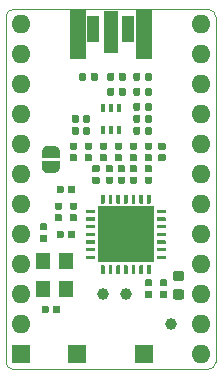
<source format=gbr>
%TF.GenerationSoftware,KiCad,Pcbnew,5.1.5+dfsg1-2~bpo10+1*%
%TF.CreationDate,Date%
%TF.ProjectId,ProMicro_LORA,50726f4d-6963-4726-9f5f-4c4f52412e6b,v1.1*%
%TF.SameCoordinates,Original*%
%TF.FileFunction,Soldermask,Top*%
%TF.FilePolarity,Negative*%
%FSLAX45Y45*%
G04 Gerber Fmt 4.5, Leading zero omitted, Abs format (unit mm)*
G04 Created by KiCad*
%MOMM*%
%LPD*%
G04 APERTURE LIST*
%ADD10C,0.100000*%
%ADD11R,4.800000X4.800000*%
%ADD12C,0.150000*%
%ADD13O,1.600000X1.600000*%
%ADD14R,1.600000X1.600000*%
%ADD15R,1.050000X2.200000*%
%ADD16R,1.000000X1.050000*%
%ADD17R,1.500000X1.500000*%
%ADD18R,0.400000X0.650000*%
%ADD19R,1.270000X3.600000*%
%ADD20R,1.350000X4.200000*%
%ADD21C,1.000000*%
%ADD22R,1.200000X1.400000*%
G04 APERTURE END LIST*
D10*
X-127000Y2857500D02*
X-127000Y-63500D01*
X1651000Y2857500D02*
X1651000Y-63500D01*
X-127000Y2857500D02*
G75*
G02X-63500Y2921000I63500J0D01*
G01*
X1587500Y2921000D02*
G75*
G02X1651000Y2857500I0J-63500D01*
G01*
X-63500Y2921000D02*
X1587500Y2921000D01*
X1651000Y-63500D02*
G75*
G02X1587500Y-127000I-63500J0D01*
G01*
X-63500Y-127000D02*
G75*
G02X-127000Y-63500I0J63500D01*
G01*
X1587500Y-127000D02*
X-63500Y-127000D01*
D11*
X889000Y1016000D03*
D12*
G36*
X702235Y1353464D02*
G01*
X702963Y1353356D01*
X703677Y1353177D01*
X704370Y1352929D01*
X705035Y1352614D01*
X705667Y1352236D01*
X706258Y1351798D01*
X706803Y1351303D01*
X707298Y1350758D01*
X707736Y1350167D01*
X708114Y1349536D01*
X708429Y1348870D01*
X708677Y1348177D01*
X708856Y1347463D01*
X708964Y1346735D01*
X709000Y1346000D01*
X709000Y1283500D01*
X708964Y1282765D01*
X708856Y1282037D01*
X708677Y1281323D01*
X708429Y1280630D01*
X708114Y1279965D01*
X707736Y1279333D01*
X707298Y1278742D01*
X706803Y1278197D01*
X706258Y1277702D01*
X705667Y1277264D01*
X705035Y1276886D01*
X704370Y1276571D01*
X703677Y1276323D01*
X702963Y1276144D01*
X702235Y1276036D01*
X701500Y1276000D01*
X686500Y1276000D01*
X685765Y1276036D01*
X685037Y1276144D01*
X684323Y1276323D01*
X683630Y1276571D01*
X682965Y1276886D01*
X682333Y1277264D01*
X681742Y1277702D01*
X681197Y1278197D01*
X680702Y1278742D01*
X680264Y1279333D01*
X679886Y1279965D01*
X679571Y1280630D01*
X679323Y1281323D01*
X679144Y1282037D01*
X679036Y1282765D01*
X679000Y1283500D01*
X679000Y1346000D01*
X679036Y1346735D01*
X679144Y1347463D01*
X679323Y1348177D01*
X679571Y1348870D01*
X679886Y1349536D01*
X680264Y1350167D01*
X680702Y1350758D01*
X681197Y1351303D01*
X681742Y1351798D01*
X682333Y1352236D01*
X682965Y1352614D01*
X683630Y1352929D01*
X684323Y1353177D01*
X685037Y1353356D01*
X685765Y1353464D01*
X686500Y1353500D01*
X701500Y1353500D01*
X702235Y1353464D01*
G37*
G36*
X767235Y1353464D02*
G01*
X767963Y1353356D01*
X768677Y1353177D01*
X769370Y1352929D01*
X770035Y1352614D01*
X770667Y1352236D01*
X771258Y1351798D01*
X771803Y1351303D01*
X772298Y1350758D01*
X772736Y1350167D01*
X773114Y1349536D01*
X773429Y1348870D01*
X773677Y1348177D01*
X773856Y1347463D01*
X773964Y1346735D01*
X774000Y1346000D01*
X774000Y1283500D01*
X773964Y1282765D01*
X773856Y1282037D01*
X773677Y1281323D01*
X773429Y1280630D01*
X773114Y1279965D01*
X772736Y1279333D01*
X772298Y1278742D01*
X771803Y1278197D01*
X771258Y1277702D01*
X770667Y1277264D01*
X770035Y1276886D01*
X769370Y1276571D01*
X768677Y1276323D01*
X767963Y1276144D01*
X767235Y1276036D01*
X766500Y1276000D01*
X751500Y1276000D01*
X750765Y1276036D01*
X750037Y1276144D01*
X749323Y1276323D01*
X748630Y1276571D01*
X747964Y1276886D01*
X747333Y1277264D01*
X746742Y1277702D01*
X746197Y1278197D01*
X745702Y1278742D01*
X745264Y1279333D01*
X744886Y1279965D01*
X744571Y1280630D01*
X744323Y1281323D01*
X744144Y1282037D01*
X744036Y1282765D01*
X744000Y1283500D01*
X744000Y1346000D01*
X744036Y1346735D01*
X744144Y1347463D01*
X744323Y1348177D01*
X744571Y1348870D01*
X744886Y1349536D01*
X745264Y1350167D01*
X745702Y1350758D01*
X746197Y1351303D01*
X746742Y1351798D01*
X747333Y1352236D01*
X747964Y1352614D01*
X748630Y1352929D01*
X749323Y1353177D01*
X750037Y1353356D01*
X750765Y1353464D01*
X751500Y1353500D01*
X766500Y1353500D01*
X767235Y1353464D01*
G37*
G36*
X832235Y1353464D02*
G01*
X832963Y1353356D01*
X833677Y1353177D01*
X834370Y1352929D01*
X835035Y1352614D01*
X835667Y1352236D01*
X836258Y1351798D01*
X836803Y1351303D01*
X837298Y1350758D01*
X837736Y1350167D01*
X838114Y1349536D01*
X838429Y1348870D01*
X838677Y1348177D01*
X838856Y1347463D01*
X838964Y1346735D01*
X839000Y1346000D01*
X839000Y1283500D01*
X838964Y1282765D01*
X838856Y1282037D01*
X838677Y1281323D01*
X838429Y1280630D01*
X838114Y1279965D01*
X837736Y1279333D01*
X837298Y1278742D01*
X836803Y1278197D01*
X836258Y1277702D01*
X835667Y1277264D01*
X835035Y1276886D01*
X834370Y1276571D01*
X833677Y1276323D01*
X832963Y1276144D01*
X832235Y1276036D01*
X831500Y1276000D01*
X816500Y1276000D01*
X815765Y1276036D01*
X815037Y1276144D01*
X814323Y1276323D01*
X813630Y1276571D01*
X812964Y1276886D01*
X812333Y1277264D01*
X811742Y1277702D01*
X811197Y1278197D01*
X810702Y1278742D01*
X810264Y1279333D01*
X809886Y1279965D01*
X809571Y1280630D01*
X809323Y1281323D01*
X809144Y1282037D01*
X809036Y1282765D01*
X809000Y1283500D01*
X809000Y1346000D01*
X809036Y1346735D01*
X809144Y1347463D01*
X809323Y1348177D01*
X809571Y1348870D01*
X809886Y1349536D01*
X810264Y1350167D01*
X810702Y1350758D01*
X811197Y1351303D01*
X811742Y1351798D01*
X812333Y1352236D01*
X812964Y1352614D01*
X813630Y1352929D01*
X814323Y1353177D01*
X815037Y1353356D01*
X815765Y1353464D01*
X816500Y1353500D01*
X831500Y1353500D01*
X832235Y1353464D01*
G37*
G36*
X897235Y1353464D02*
G01*
X897963Y1353356D01*
X898677Y1353177D01*
X899370Y1352929D01*
X900035Y1352614D01*
X900667Y1352236D01*
X901258Y1351798D01*
X901803Y1351303D01*
X902298Y1350758D01*
X902736Y1350167D01*
X903114Y1349536D01*
X903429Y1348870D01*
X903677Y1348177D01*
X903856Y1347463D01*
X903964Y1346735D01*
X904000Y1346000D01*
X904000Y1283500D01*
X903964Y1282765D01*
X903856Y1282037D01*
X903677Y1281323D01*
X903429Y1280630D01*
X903114Y1279965D01*
X902736Y1279333D01*
X902298Y1278742D01*
X901803Y1278197D01*
X901258Y1277702D01*
X900667Y1277264D01*
X900035Y1276886D01*
X899370Y1276571D01*
X898677Y1276323D01*
X897963Y1276144D01*
X897235Y1276036D01*
X896500Y1276000D01*
X881500Y1276000D01*
X880765Y1276036D01*
X880037Y1276144D01*
X879323Y1276323D01*
X878630Y1276571D01*
X877964Y1276886D01*
X877333Y1277264D01*
X876742Y1277702D01*
X876197Y1278197D01*
X875702Y1278742D01*
X875264Y1279333D01*
X874886Y1279965D01*
X874571Y1280630D01*
X874323Y1281323D01*
X874144Y1282037D01*
X874036Y1282765D01*
X874000Y1283500D01*
X874000Y1346000D01*
X874036Y1346735D01*
X874144Y1347463D01*
X874323Y1348177D01*
X874571Y1348870D01*
X874886Y1349536D01*
X875264Y1350167D01*
X875702Y1350758D01*
X876197Y1351303D01*
X876742Y1351798D01*
X877333Y1352236D01*
X877964Y1352614D01*
X878630Y1352929D01*
X879323Y1353177D01*
X880037Y1353356D01*
X880765Y1353464D01*
X881500Y1353500D01*
X896500Y1353500D01*
X897235Y1353464D01*
G37*
G36*
X962235Y1353464D02*
G01*
X962963Y1353356D01*
X963677Y1353177D01*
X964370Y1352929D01*
X965035Y1352614D01*
X965667Y1352236D01*
X966258Y1351798D01*
X966803Y1351303D01*
X967298Y1350758D01*
X967736Y1350167D01*
X968114Y1349536D01*
X968429Y1348870D01*
X968677Y1348177D01*
X968856Y1347463D01*
X968964Y1346735D01*
X969000Y1346000D01*
X969000Y1283500D01*
X968964Y1282765D01*
X968856Y1282037D01*
X968677Y1281323D01*
X968429Y1280630D01*
X968114Y1279965D01*
X967736Y1279333D01*
X967298Y1278742D01*
X966803Y1278197D01*
X966258Y1277702D01*
X965667Y1277264D01*
X965035Y1276886D01*
X964370Y1276571D01*
X963677Y1276323D01*
X962963Y1276144D01*
X962235Y1276036D01*
X961500Y1276000D01*
X946500Y1276000D01*
X945765Y1276036D01*
X945037Y1276144D01*
X944323Y1276323D01*
X943630Y1276571D01*
X942964Y1276886D01*
X942333Y1277264D01*
X941742Y1277702D01*
X941197Y1278197D01*
X940702Y1278742D01*
X940264Y1279333D01*
X939886Y1279965D01*
X939571Y1280630D01*
X939323Y1281323D01*
X939144Y1282037D01*
X939036Y1282765D01*
X939000Y1283500D01*
X939000Y1346000D01*
X939036Y1346735D01*
X939144Y1347463D01*
X939323Y1348177D01*
X939571Y1348870D01*
X939886Y1349536D01*
X940264Y1350167D01*
X940702Y1350758D01*
X941197Y1351303D01*
X941742Y1351798D01*
X942333Y1352236D01*
X942964Y1352614D01*
X943630Y1352929D01*
X944323Y1353177D01*
X945037Y1353356D01*
X945765Y1353464D01*
X946500Y1353500D01*
X961500Y1353500D01*
X962235Y1353464D01*
G37*
G36*
X1027235Y1353464D02*
G01*
X1027963Y1353356D01*
X1028677Y1353177D01*
X1029370Y1352929D01*
X1030035Y1352614D01*
X1030667Y1352236D01*
X1031258Y1351798D01*
X1031803Y1351303D01*
X1032298Y1350758D01*
X1032736Y1350167D01*
X1033114Y1349536D01*
X1033429Y1348870D01*
X1033677Y1348177D01*
X1033856Y1347463D01*
X1033964Y1346735D01*
X1034000Y1346000D01*
X1034000Y1283500D01*
X1033964Y1282765D01*
X1033856Y1282037D01*
X1033677Y1281323D01*
X1033429Y1280630D01*
X1033114Y1279965D01*
X1032736Y1279333D01*
X1032298Y1278742D01*
X1031803Y1278197D01*
X1031258Y1277702D01*
X1030667Y1277264D01*
X1030035Y1276886D01*
X1029370Y1276571D01*
X1028677Y1276323D01*
X1027963Y1276144D01*
X1027235Y1276036D01*
X1026500Y1276000D01*
X1011500Y1276000D01*
X1010765Y1276036D01*
X1010037Y1276144D01*
X1009323Y1276323D01*
X1008630Y1276571D01*
X1007964Y1276886D01*
X1007333Y1277264D01*
X1006742Y1277702D01*
X1006197Y1278197D01*
X1005702Y1278742D01*
X1005264Y1279333D01*
X1004886Y1279965D01*
X1004571Y1280630D01*
X1004323Y1281323D01*
X1004144Y1282037D01*
X1004036Y1282765D01*
X1004000Y1283500D01*
X1004000Y1346000D01*
X1004036Y1346735D01*
X1004144Y1347463D01*
X1004323Y1348177D01*
X1004571Y1348870D01*
X1004886Y1349536D01*
X1005264Y1350167D01*
X1005702Y1350758D01*
X1006197Y1351303D01*
X1006742Y1351798D01*
X1007333Y1352236D01*
X1007964Y1352614D01*
X1008630Y1352929D01*
X1009323Y1353177D01*
X1010037Y1353356D01*
X1010765Y1353464D01*
X1011500Y1353500D01*
X1026500Y1353500D01*
X1027235Y1353464D01*
G37*
G36*
X1092235Y1353464D02*
G01*
X1092963Y1353356D01*
X1093677Y1353177D01*
X1094370Y1352929D01*
X1095036Y1352614D01*
X1095667Y1352236D01*
X1096258Y1351798D01*
X1096803Y1351303D01*
X1097298Y1350758D01*
X1097736Y1350167D01*
X1098114Y1349536D01*
X1098429Y1348870D01*
X1098677Y1348177D01*
X1098856Y1347463D01*
X1098964Y1346735D01*
X1099000Y1346000D01*
X1099000Y1283500D01*
X1098964Y1282765D01*
X1098856Y1282037D01*
X1098677Y1281323D01*
X1098429Y1280630D01*
X1098114Y1279965D01*
X1097736Y1279333D01*
X1097298Y1278742D01*
X1096803Y1278197D01*
X1096258Y1277702D01*
X1095667Y1277264D01*
X1095036Y1276886D01*
X1094370Y1276571D01*
X1093677Y1276323D01*
X1092963Y1276144D01*
X1092235Y1276036D01*
X1091500Y1276000D01*
X1076500Y1276000D01*
X1075765Y1276036D01*
X1075037Y1276144D01*
X1074323Y1276323D01*
X1073630Y1276571D01*
X1072965Y1276886D01*
X1072333Y1277264D01*
X1071742Y1277702D01*
X1071197Y1278197D01*
X1070702Y1278742D01*
X1070264Y1279333D01*
X1069886Y1279965D01*
X1069571Y1280630D01*
X1069323Y1281323D01*
X1069144Y1282037D01*
X1069036Y1282765D01*
X1069000Y1283500D01*
X1069000Y1346000D01*
X1069036Y1346735D01*
X1069144Y1347463D01*
X1069323Y1348177D01*
X1069571Y1348870D01*
X1069886Y1349536D01*
X1070264Y1350167D01*
X1070702Y1350758D01*
X1071197Y1351303D01*
X1071742Y1351798D01*
X1072333Y1352236D01*
X1072965Y1352614D01*
X1073630Y1352929D01*
X1074323Y1353177D01*
X1075037Y1353356D01*
X1075765Y1353464D01*
X1076500Y1353500D01*
X1091500Y1353500D01*
X1092235Y1353464D01*
G37*
G36*
X1219735Y1225964D02*
G01*
X1220463Y1225856D01*
X1221177Y1225677D01*
X1221870Y1225429D01*
X1222536Y1225114D01*
X1223167Y1224736D01*
X1223758Y1224298D01*
X1224303Y1223803D01*
X1224798Y1223258D01*
X1225236Y1222667D01*
X1225614Y1222036D01*
X1225929Y1221370D01*
X1226177Y1220677D01*
X1226356Y1219963D01*
X1226464Y1219235D01*
X1226500Y1218500D01*
X1226500Y1203500D01*
X1226464Y1202765D01*
X1226356Y1202037D01*
X1226177Y1201323D01*
X1225929Y1200630D01*
X1225614Y1199965D01*
X1225236Y1199333D01*
X1224798Y1198742D01*
X1224303Y1198197D01*
X1223758Y1197702D01*
X1223167Y1197264D01*
X1222536Y1196886D01*
X1221870Y1196571D01*
X1221177Y1196323D01*
X1220463Y1196144D01*
X1219735Y1196036D01*
X1219000Y1196000D01*
X1156500Y1196000D01*
X1155765Y1196036D01*
X1155037Y1196144D01*
X1154323Y1196323D01*
X1153630Y1196571D01*
X1152965Y1196886D01*
X1152333Y1197264D01*
X1151742Y1197702D01*
X1151197Y1198197D01*
X1150702Y1198742D01*
X1150264Y1199333D01*
X1149886Y1199965D01*
X1149571Y1200630D01*
X1149323Y1201323D01*
X1149144Y1202037D01*
X1149036Y1202765D01*
X1149000Y1203500D01*
X1149000Y1218500D01*
X1149036Y1219235D01*
X1149144Y1219963D01*
X1149323Y1220677D01*
X1149571Y1221370D01*
X1149886Y1222036D01*
X1150264Y1222667D01*
X1150702Y1223258D01*
X1151197Y1223803D01*
X1151742Y1224298D01*
X1152333Y1224736D01*
X1152965Y1225114D01*
X1153630Y1225429D01*
X1154323Y1225677D01*
X1155037Y1225856D01*
X1155765Y1225964D01*
X1156500Y1226000D01*
X1219000Y1226000D01*
X1219735Y1225964D01*
G37*
G36*
X1219735Y1160964D02*
G01*
X1220463Y1160856D01*
X1221177Y1160677D01*
X1221870Y1160429D01*
X1222536Y1160114D01*
X1223167Y1159736D01*
X1223758Y1159298D01*
X1224303Y1158803D01*
X1224798Y1158258D01*
X1225236Y1157667D01*
X1225614Y1157036D01*
X1225929Y1156370D01*
X1226177Y1155677D01*
X1226356Y1154963D01*
X1226464Y1154235D01*
X1226500Y1153500D01*
X1226500Y1138500D01*
X1226464Y1137765D01*
X1226356Y1137037D01*
X1226177Y1136323D01*
X1225929Y1135630D01*
X1225614Y1134965D01*
X1225236Y1134333D01*
X1224798Y1133742D01*
X1224303Y1133197D01*
X1223758Y1132702D01*
X1223167Y1132264D01*
X1222536Y1131886D01*
X1221870Y1131571D01*
X1221177Y1131323D01*
X1220463Y1131144D01*
X1219735Y1131036D01*
X1219000Y1131000D01*
X1156500Y1131000D01*
X1155765Y1131036D01*
X1155037Y1131144D01*
X1154323Y1131323D01*
X1153630Y1131571D01*
X1152965Y1131886D01*
X1152333Y1132264D01*
X1151742Y1132702D01*
X1151197Y1133197D01*
X1150702Y1133742D01*
X1150264Y1134333D01*
X1149886Y1134965D01*
X1149571Y1135630D01*
X1149323Y1136323D01*
X1149144Y1137037D01*
X1149036Y1137765D01*
X1149000Y1138500D01*
X1149000Y1153500D01*
X1149036Y1154235D01*
X1149144Y1154963D01*
X1149323Y1155677D01*
X1149571Y1156370D01*
X1149886Y1157036D01*
X1150264Y1157667D01*
X1150702Y1158258D01*
X1151197Y1158803D01*
X1151742Y1159298D01*
X1152333Y1159736D01*
X1152965Y1160114D01*
X1153630Y1160429D01*
X1154323Y1160677D01*
X1155037Y1160856D01*
X1155765Y1160964D01*
X1156500Y1161000D01*
X1219000Y1161000D01*
X1219735Y1160964D01*
G37*
G36*
X1219735Y1095964D02*
G01*
X1220463Y1095856D01*
X1221177Y1095677D01*
X1221870Y1095429D01*
X1222536Y1095114D01*
X1223167Y1094736D01*
X1223758Y1094298D01*
X1224303Y1093803D01*
X1224798Y1093258D01*
X1225236Y1092667D01*
X1225614Y1092036D01*
X1225929Y1091370D01*
X1226177Y1090677D01*
X1226356Y1089963D01*
X1226464Y1089235D01*
X1226500Y1088500D01*
X1226500Y1073500D01*
X1226464Y1072765D01*
X1226356Y1072037D01*
X1226177Y1071323D01*
X1225929Y1070630D01*
X1225614Y1069965D01*
X1225236Y1069333D01*
X1224798Y1068742D01*
X1224303Y1068197D01*
X1223758Y1067702D01*
X1223167Y1067264D01*
X1222536Y1066886D01*
X1221870Y1066571D01*
X1221177Y1066323D01*
X1220463Y1066144D01*
X1219735Y1066036D01*
X1219000Y1066000D01*
X1156500Y1066000D01*
X1155765Y1066036D01*
X1155037Y1066144D01*
X1154323Y1066323D01*
X1153630Y1066571D01*
X1152965Y1066886D01*
X1152333Y1067264D01*
X1151742Y1067702D01*
X1151197Y1068197D01*
X1150702Y1068742D01*
X1150264Y1069333D01*
X1149886Y1069965D01*
X1149571Y1070630D01*
X1149323Y1071323D01*
X1149144Y1072037D01*
X1149036Y1072765D01*
X1149000Y1073500D01*
X1149000Y1088500D01*
X1149036Y1089235D01*
X1149144Y1089963D01*
X1149323Y1090677D01*
X1149571Y1091370D01*
X1149886Y1092036D01*
X1150264Y1092667D01*
X1150702Y1093258D01*
X1151197Y1093803D01*
X1151742Y1094298D01*
X1152333Y1094736D01*
X1152965Y1095114D01*
X1153630Y1095429D01*
X1154323Y1095677D01*
X1155037Y1095856D01*
X1155765Y1095964D01*
X1156500Y1096000D01*
X1219000Y1096000D01*
X1219735Y1095964D01*
G37*
G36*
X1219735Y1030964D02*
G01*
X1220463Y1030856D01*
X1221177Y1030677D01*
X1221870Y1030429D01*
X1222536Y1030114D01*
X1223167Y1029736D01*
X1223758Y1029298D01*
X1224303Y1028803D01*
X1224798Y1028258D01*
X1225236Y1027667D01*
X1225614Y1027035D01*
X1225929Y1026370D01*
X1226177Y1025677D01*
X1226356Y1024963D01*
X1226464Y1024235D01*
X1226500Y1023500D01*
X1226500Y1008500D01*
X1226464Y1007765D01*
X1226356Y1007037D01*
X1226177Y1006323D01*
X1225929Y1005630D01*
X1225614Y1004964D01*
X1225236Y1004333D01*
X1224798Y1003742D01*
X1224303Y1003197D01*
X1223758Y1002702D01*
X1223167Y1002264D01*
X1222536Y1001886D01*
X1221870Y1001571D01*
X1221177Y1001323D01*
X1220463Y1001144D01*
X1219735Y1001036D01*
X1219000Y1001000D01*
X1156500Y1001000D01*
X1155765Y1001036D01*
X1155037Y1001144D01*
X1154323Y1001323D01*
X1153630Y1001571D01*
X1152965Y1001886D01*
X1152333Y1002264D01*
X1151742Y1002702D01*
X1151197Y1003197D01*
X1150702Y1003742D01*
X1150264Y1004333D01*
X1149886Y1004964D01*
X1149571Y1005630D01*
X1149323Y1006323D01*
X1149144Y1007037D01*
X1149036Y1007765D01*
X1149000Y1008500D01*
X1149000Y1023500D01*
X1149036Y1024235D01*
X1149144Y1024963D01*
X1149323Y1025677D01*
X1149571Y1026370D01*
X1149886Y1027035D01*
X1150264Y1027667D01*
X1150702Y1028258D01*
X1151197Y1028803D01*
X1151742Y1029298D01*
X1152333Y1029736D01*
X1152965Y1030114D01*
X1153630Y1030429D01*
X1154323Y1030677D01*
X1155037Y1030856D01*
X1155765Y1030964D01*
X1156500Y1031000D01*
X1219000Y1031000D01*
X1219735Y1030964D01*
G37*
G36*
X1219735Y965964D02*
G01*
X1220463Y965856D01*
X1221177Y965677D01*
X1221870Y965429D01*
X1222536Y965114D01*
X1223167Y964736D01*
X1223758Y964298D01*
X1224303Y963803D01*
X1224798Y963258D01*
X1225236Y962667D01*
X1225614Y962035D01*
X1225929Y961370D01*
X1226177Y960677D01*
X1226356Y959963D01*
X1226464Y959235D01*
X1226500Y958500D01*
X1226500Y943500D01*
X1226464Y942765D01*
X1226356Y942037D01*
X1226177Y941323D01*
X1225929Y940630D01*
X1225614Y939964D01*
X1225236Y939333D01*
X1224798Y938742D01*
X1224303Y938197D01*
X1223758Y937702D01*
X1223167Y937264D01*
X1222536Y936886D01*
X1221870Y936571D01*
X1221177Y936323D01*
X1220463Y936144D01*
X1219735Y936036D01*
X1219000Y936000D01*
X1156500Y936000D01*
X1155765Y936036D01*
X1155037Y936144D01*
X1154323Y936323D01*
X1153630Y936571D01*
X1152965Y936886D01*
X1152333Y937264D01*
X1151742Y937702D01*
X1151197Y938197D01*
X1150702Y938742D01*
X1150264Y939333D01*
X1149886Y939964D01*
X1149571Y940630D01*
X1149323Y941323D01*
X1149144Y942037D01*
X1149036Y942765D01*
X1149000Y943500D01*
X1149000Y958500D01*
X1149036Y959235D01*
X1149144Y959963D01*
X1149323Y960677D01*
X1149571Y961370D01*
X1149886Y962035D01*
X1150264Y962667D01*
X1150702Y963258D01*
X1151197Y963803D01*
X1151742Y964298D01*
X1152333Y964736D01*
X1152965Y965114D01*
X1153630Y965429D01*
X1154323Y965677D01*
X1155037Y965856D01*
X1155765Y965964D01*
X1156500Y966000D01*
X1219000Y966000D01*
X1219735Y965964D01*
G37*
G36*
X1219735Y900964D02*
G01*
X1220463Y900856D01*
X1221177Y900677D01*
X1221870Y900429D01*
X1222536Y900114D01*
X1223167Y899736D01*
X1223758Y899298D01*
X1224303Y898803D01*
X1224798Y898258D01*
X1225236Y897667D01*
X1225614Y897035D01*
X1225929Y896370D01*
X1226177Y895677D01*
X1226356Y894963D01*
X1226464Y894235D01*
X1226500Y893500D01*
X1226500Y878500D01*
X1226464Y877765D01*
X1226356Y877037D01*
X1226177Y876323D01*
X1225929Y875630D01*
X1225614Y874964D01*
X1225236Y874333D01*
X1224798Y873742D01*
X1224303Y873197D01*
X1223758Y872702D01*
X1223167Y872264D01*
X1222536Y871886D01*
X1221870Y871571D01*
X1221177Y871323D01*
X1220463Y871144D01*
X1219735Y871036D01*
X1219000Y871000D01*
X1156500Y871000D01*
X1155765Y871036D01*
X1155037Y871144D01*
X1154323Y871323D01*
X1153630Y871571D01*
X1152965Y871886D01*
X1152333Y872264D01*
X1151742Y872702D01*
X1151197Y873197D01*
X1150702Y873742D01*
X1150264Y874333D01*
X1149886Y874964D01*
X1149571Y875630D01*
X1149323Y876323D01*
X1149144Y877037D01*
X1149036Y877765D01*
X1149000Y878500D01*
X1149000Y893500D01*
X1149036Y894235D01*
X1149144Y894963D01*
X1149323Y895677D01*
X1149571Y896370D01*
X1149886Y897035D01*
X1150264Y897667D01*
X1150702Y898258D01*
X1151197Y898803D01*
X1151742Y899298D01*
X1152333Y899736D01*
X1152965Y900114D01*
X1153630Y900429D01*
X1154323Y900677D01*
X1155037Y900856D01*
X1155765Y900964D01*
X1156500Y901000D01*
X1219000Y901000D01*
X1219735Y900964D01*
G37*
G36*
X1219735Y835964D02*
G01*
X1220463Y835856D01*
X1221177Y835677D01*
X1221870Y835429D01*
X1222536Y835114D01*
X1223167Y834736D01*
X1223758Y834298D01*
X1224303Y833803D01*
X1224798Y833258D01*
X1225236Y832667D01*
X1225614Y832035D01*
X1225929Y831370D01*
X1226177Y830677D01*
X1226356Y829963D01*
X1226464Y829235D01*
X1226500Y828500D01*
X1226500Y813500D01*
X1226464Y812765D01*
X1226356Y812037D01*
X1226177Y811323D01*
X1225929Y810630D01*
X1225614Y809964D01*
X1225236Y809333D01*
X1224798Y808742D01*
X1224303Y808197D01*
X1223758Y807702D01*
X1223167Y807264D01*
X1222536Y806886D01*
X1221870Y806571D01*
X1221177Y806323D01*
X1220463Y806144D01*
X1219735Y806036D01*
X1219000Y806000D01*
X1156500Y806000D01*
X1155765Y806036D01*
X1155037Y806144D01*
X1154323Y806323D01*
X1153630Y806571D01*
X1152965Y806886D01*
X1152333Y807264D01*
X1151742Y807702D01*
X1151197Y808197D01*
X1150702Y808742D01*
X1150264Y809333D01*
X1149886Y809964D01*
X1149571Y810630D01*
X1149323Y811323D01*
X1149144Y812037D01*
X1149036Y812765D01*
X1149000Y813500D01*
X1149000Y828500D01*
X1149036Y829235D01*
X1149144Y829963D01*
X1149323Y830677D01*
X1149571Y831370D01*
X1149886Y832035D01*
X1150264Y832667D01*
X1150702Y833258D01*
X1151197Y833803D01*
X1151742Y834298D01*
X1152333Y834736D01*
X1152965Y835114D01*
X1153630Y835429D01*
X1154323Y835677D01*
X1155037Y835856D01*
X1155765Y835964D01*
X1156500Y836000D01*
X1219000Y836000D01*
X1219735Y835964D01*
G37*
G36*
X1092235Y755964D02*
G01*
X1092963Y755856D01*
X1093677Y755677D01*
X1094370Y755429D01*
X1095036Y755114D01*
X1095667Y754736D01*
X1096258Y754298D01*
X1096803Y753803D01*
X1097298Y753258D01*
X1097736Y752667D01*
X1098114Y752035D01*
X1098429Y751370D01*
X1098677Y750677D01*
X1098856Y749963D01*
X1098964Y749235D01*
X1099000Y748500D01*
X1099000Y686000D01*
X1098964Y685265D01*
X1098856Y684537D01*
X1098677Y683823D01*
X1098429Y683130D01*
X1098114Y682465D01*
X1097736Y681833D01*
X1097298Y681242D01*
X1096803Y680697D01*
X1096258Y680202D01*
X1095667Y679764D01*
X1095036Y679386D01*
X1094370Y679071D01*
X1093677Y678823D01*
X1092963Y678644D01*
X1092235Y678536D01*
X1091500Y678500D01*
X1076500Y678500D01*
X1075765Y678536D01*
X1075037Y678644D01*
X1074323Y678823D01*
X1073630Y679071D01*
X1072965Y679386D01*
X1072333Y679764D01*
X1071742Y680202D01*
X1071197Y680697D01*
X1070702Y681242D01*
X1070264Y681833D01*
X1069886Y682465D01*
X1069571Y683130D01*
X1069323Y683823D01*
X1069144Y684537D01*
X1069036Y685265D01*
X1069000Y686000D01*
X1069000Y748500D01*
X1069036Y749235D01*
X1069144Y749963D01*
X1069323Y750677D01*
X1069571Y751370D01*
X1069886Y752035D01*
X1070264Y752667D01*
X1070702Y753258D01*
X1071197Y753803D01*
X1071742Y754298D01*
X1072333Y754736D01*
X1072965Y755114D01*
X1073630Y755429D01*
X1074323Y755677D01*
X1075037Y755856D01*
X1075765Y755964D01*
X1076500Y756000D01*
X1091500Y756000D01*
X1092235Y755964D01*
G37*
G36*
X1027235Y755964D02*
G01*
X1027963Y755856D01*
X1028677Y755677D01*
X1029370Y755429D01*
X1030035Y755114D01*
X1030667Y754736D01*
X1031258Y754298D01*
X1031803Y753803D01*
X1032298Y753258D01*
X1032736Y752667D01*
X1033114Y752035D01*
X1033429Y751370D01*
X1033677Y750677D01*
X1033856Y749963D01*
X1033964Y749235D01*
X1034000Y748500D01*
X1034000Y686000D01*
X1033964Y685265D01*
X1033856Y684537D01*
X1033677Y683823D01*
X1033429Y683130D01*
X1033114Y682465D01*
X1032736Y681833D01*
X1032298Y681242D01*
X1031803Y680697D01*
X1031258Y680202D01*
X1030667Y679764D01*
X1030035Y679386D01*
X1029370Y679071D01*
X1028677Y678823D01*
X1027963Y678644D01*
X1027235Y678536D01*
X1026500Y678500D01*
X1011500Y678500D01*
X1010765Y678536D01*
X1010037Y678644D01*
X1009323Y678823D01*
X1008630Y679071D01*
X1007964Y679386D01*
X1007333Y679764D01*
X1006742Y680202D01*
X1006197Y680697D01*
X1005702Y681242D01*
X1005264Y681833D01*
X1004886Y682465D01*
X1004571Y683130D01*
X1004323Y683823D01*
X1004144Y684537D01*
X1004036Y685265D01*
X1004000Y686000D01*
X1004000Y748500D01*
X1004036Y749235D01*
X1004144Y749963D01*
X1004323Y750677D01*
X1004571Y751370D01*
X1004886Y752035D01*
X1005264Y752667D01*
X1005702Y753258D01*
X1006197Y753803D01*
X1006742Y754298D01*
X1007333Y754736D01*
X1007964Y755114D01*
X1008630Y755429D01*
X1009323Y755677D01*
X1010037Y755856D01*
X1010765Y755964D01*
X1011500Y756000D01*
X1026500Y756000D01*
X1027235Y755964D01*
G37*
G36*
X962235Y755964D02*
G01*
X962963Y755856D01*
X963677Y755677D01*
X964370Y755429D01*
X965035Y755114D01*
X965667Y754736D01*
X966258Y754298D01*
X966803Y753803D01*
X967298Y753258D01*
X967736Y752667D01*
X968114Y752035D01*
X968429Y751370D01*
X968677Y750677D01*
X968856Y749963D01*
X968964Y749235D01*
X969000Y748500D01*
X969000Y686000D01*
X968964Y685265D01*
X968856Y684537D01*
X968677Y683823D01*
X968429Y683130D01*
X968114Y682465D01*
X967736Y681833D01*
X967298Y681242D01*
X966803Y680697D01*
X966258Y680202D01*
X965667Y679764D01*
X965035Y679386D01*
X964370Y679071D01*
X963677Y678823D01*
X962963Y678644D01*
X962235Y678536D01*
X961500Y678500D01*
X946500Y678500D01*
X945765Y678536D01*
X945037Y678644D01*
X944323Y678823D01*
X943630Y679071D01*
X942964Y679386D01*
X942333Y679764D01*
X941742Y680202D01*
X941197Y680697D01*
X940702Y681242D01*
X940264Y681833D01*
X939886Y682465D01*
X939571Y683130D01*
X939323Y683823D01*
X939144Y684537D01*
X939036Y685265D01*
X939000Y686000D01*
X939000Y748500D01*
X939036Y749235D01*
X939144Y749963D01*
X939323Y750677D01*
X939571Y751370D01*
X939886Y752035D01*
X940264Y752667D01*
X940702Y753258D01*
X941197Y753803D01*
X941742Y754298D01*
X942333Y754736D01*
X942964Y755114D01*
X943630Y755429D01*
X944323Y755677D01*
X945037Y755856D01*
X945765Y755964D01*
X946500Y756000D01*
X961500Y756000D01*
X962235Y755964D01*
G37*
G36*
X897235Y755964D02*
G01*
X897963Y755856D01*
X898677Y755677D01*
X899370Y755429D01*
X900035Y755114D01*
X900667Y754736D01*
X901258Y754298D01*
X901803Y753803D01*
X902298Y753258D01*
X902736Y752667D01*
X903114Y752035D01*
X903429Y751370D01*
X903677Y750677D01*
X903856Y749963D01*
X903964Y749235D01*
X904000Y748500D01*
X904000Y686000D01*
X903964Y685265D01*
X903856Y684537D01*
X903677Y683823D01*
X903429Y683130D01*
X903114Y682465D01*
X902736Y681833D01*
X902298Y681242D01*
X901803Y680697D01*
X901258Y680202D01*
X900667Y679764D01*
X900035Y679386D01*
X899370Y679071D01*
X898677Y678823D01*
X897963Y678644D01*
X897235Y678536D01*
X896500Y678500D01*
X881500Y678500D01*
X880765Y678536D01*
X880037Y678644D01*
X879323Y678823D01*
X878630Y679071D01*
X877964Y679386D01*
X877333Y679764D01*
X876742Y680202D01*
X876197Y680697D01*
X875702Y681242D01*
X875264Y681833D01*
X874886Y682465D01*
X874571Y683130D01*
X874323Y683823D01*
X874144Y684537D01*
X874036Y685265D01*
X874000Y686000D01*
X874000Y748500D01*
X874036Y749235D01*
X874144Y749963D01*
X874323Y750677D01*
X874571Y751370D01*
X874886Y752035D01*
X875264Y752667D01*
X875702Y753258D01*
X876197Y753803D01*
X876742Y754298D01*
X877333Y754736D01*
X877964Y755114D01*
X878630Y755429D01*
X879323Y755677D01*
X880037Y755856D01*
X880765Y755964D01*
X881500Y756000D01*
X896500Y756000D01*
X897235Y755964D01*
G37*
G36*
X832235Y755964D02*
G01*
X832963Y755856D01*
X833677Y755677D01*
X834370Y755429D01*
X835035Y755114D01*
X835667Y754736D01*
X836258Y754298D01*
X836803Y753803D01*
X837298Y753258D01*
X837736Y752667D01*
X838114Y752035D01*
X838429Y751370D01*
X838677Y750677D01*
X838856Y749963D01*
X838964Y749235D01*
X839000Y748500D01*
X839000Y686000D01*
X838964Y685265D01*
X838856Y684537D01*
X838677Y683823D01*
X838429Y683130D01*
X838114Y682465D01*
X837736Y681833D01*
X837298Y681242D01*
X836803Y680697D01*
X836258Y680202D01*
X835667Y679764D01*
X835035Y679386D01*
X834370Y679071D01*
X833677Y678823D01*
X832963Y678644D01*
X832235Y678536D01*
X831500Y678500D01*
X816500Y678500D01*
X815765Y678536D01*
X815037Y678644D01*
X814323Y678823D01*
X813630Y679071D01*
X812964Y679386D01*
X812333Y679764D01*
X811742Y680202D01*
X811197Y680697D01*
X810702Y681242D01*
X810264Y681833D01*
X809886Y682465D01*
X809571Y683130D01*
X809323Y683823D01*
X809144Y684537D01*
X809036Y685265D01*
X809000Y686000D01*
X809000Y748500D01*
X809036Y749235D01*
X809144Y749963D01*
X809323Y750677D01*
X809571Y751370D01*
X809886Y752035D01*
X810264Y752667D01*
X810702Y753258D01*
X811197Y753803D01*
X811742Y754298D01*
X812333Y754736D01*
X812964Y755114D01*
X813630Y755429D01*
X814323Y755677D01*
X815037Y755856D01*
X815765Y755964D01*
X816500Y756000D01*
X831500Y756000D01*
X832235Y755964D01*
G37*
G36*
X767235Y755964D02*
G01*
X767963Y755856D01*
X768677Y755677D01*
X769370Y755429D01*
X770035Y755114D01*
X770667Y754736D01*
X771258Y754298D01*
X771803Y753803D01*
X772298Y753258D01*
X772736Y752667D01*
X773114Y752035D01*
X773429Y751370D01*
X773677Y750677D01*
X773856Y749963D01*
X773964Y749235D01*
X774000Y748500D01*
X774000Y686000D01*
X773964Y685265D01*
X773856Y684537D01*
X773677Y683823D01*
X773429Y683130D01*
X773114Y682465D01*
X772736Y681833D01*
X772298Y681242D01*
X771803Y680697D01*
X771258Y680202D01*
X770667Y679764D01*
X770035Y679386D01*
X769370Y679071D01*
X768677Y678823D01*
X767963Y678644D01*
X767235Y678536D01*
X766500Y678500D01*
X751500Y678500D01*
X750765Y678536D01*
X750037Y678644D01*
X749323Y678823D01*
X748630Y679071D01*
X747964Y679386D01*
X747333Y679764D01*
X746742Y680202D01*
X746197Y680697D01*
X745702Y681242D01*
X745264Y681833D01*
X744886Y682465D01*
X744571Y683130D01*
X744323Y683823D01*
X744144Y684537D01*
X744036Y685265D01*
X744000Y686000D01*
X744000Y748500D01*
X744036Y749235D01*
X744144Y749963D01*
X744323Y750677D01*
X744571Y751370D01*
X744886Y752035D01*
X745264Y752667D01*
X745702Y753258D01*
X746197Y753803D01*
X746742Y754298D01*
X747333Y754736D01*
X747964Y755114D01*
X748630Y755429D01*
X749323Y755677D01*
X750037Y755856D01*
X750765Y755964D01*
X751500Y756000D01*
X766500Y756000D01*
X767235Y755964D01*
G37*
G36*
X702235Y755964D02*
G01*
X702963Y755856D01*
X703677Y755677D01*
X704370Y755429D01*
X705035Y755114D01*
X705667Y754736D01*
X706258Y754298D01*
X706803Y753803D01*
X707298Y753258D01*
X707736Y752667D01*
X708114Y752035D01*
X708429Y751370D01*
X708677Y750677D01*
X708856Y749963D01*
X708964Y749235D01*
X709000Y748500D01*
X709000Y686000D01*
X708964Y685265D01*
X708856Y684537D01*
X708677Y683823D01*
X708429Y683130D01*
X708114Y682465D01*
X707736Y681833D01*
X707298Y681242D01*
X706803Y680697D01*
X706258Y680202D01*
X705667Y679764D01*
X705035Y679386D01*
X704370Y679071D01*
X703677Y678823D01*
X702963Y678644D01*
X702235Y678536D01*
X701500Y678500D01*
X686500Y678500D01*
X685765Y678536D01*
X685037Y678644D01*
X684323Y678823D01*
X683630Y679071D01*
X682965Y679386D01*
X682333Y679764D01*
X681742Y680202D01*
X681197Y680697D01*
X680702Y681242D01*
X680264Y681833D01*
X679886Y682465D01*
X679571Y683130D01*
X679323Y683823D01*
X679144Y684537D01*
X679036Y685265D01*
X679000Y686000D01*
X679000Y748500D01*
X679036Y749235D01*
X679144Y749963D01*
X679323Y750677D01*
X679571Y751370D01*
X679886Y752035D01*
X680264Y752667D01*
X680702Y753258D01*
X681197Y753803D01*
X681742Y754298D01*
X682333Y754736D01*
X682965Y755114D01*
X683630Y755429D01*
X684323Y755677D01*
X685037Y755856D01*
X685765Y755964D01*
X686500Y756000D01*
X701500Y756000D01*
X702235Y755964D01*
G37*
G36*
X622235Y835964D02*
G01*
X622963Y835856D01*
X623677Y835677D01*
X624370Y835429D01*
X625036Y835114D01*
X625667Y834736D01*
X626258Y834298D01*
X626803Y833803D01*
X627298Y833258D01*
X627736Y832667D01*
X628114Y832035D01*
X628429Y831370D01*
X628677Y830677D01*
X628856Y829963D01*
X628964Y829235D01*
X629000Y828500D01*
X629000Y813500D01*
X628964Y812765D01*
X628856Y812037D01*
X628677Y811323D01*
X628429Y810630D01*
X628114Y809964D01*
X627736Y809333D01*
X627298Y808742D01*
X626803Y808197D01*
X626258Y807702D01*
X625667Y807264D01*
X625036Y806886D01*
X624370Y806571D01*
X623677Y806323D01*
X622963Y806144D01*
X622235Y806036D01*
X621500Y806000D01*
X559000Y806000D01*
X558265Y806036D01*
X557537Y806144D01*
X556823Y806323D01*
X556130Y806571D01*
X555465Y806886D01*
X554833Y807264D01*
X554242Y807702D01*
X553697Y808197D01*
X553202Y808742D01*
X552764Y809333D01*
X552386Y809964D01*
X552071Y810630D01*
X551823Y811323D01*
X551644Y812037D01*
X551536Y812765D01*
X551500Y813500D01*
X551500Y828500D01*
X551536Y829235D01*
X551644Y829963D01*
X551823Y830677D01*
X552071Y831370D01*
X552386Y832035D01*
X552764Y832667D01*
X553202Y833258D01*
X553697Y833803D01*
X554242Y834298D01*
X554833Y834736D01*
X555465Y835114D01*
X556130Y835429D01*
X556823Y835677D01*
X557537Y835856D01*
X558265Y835964D01*
X559000Y836000D01*
X621500Y836000D01*
X622235Y835964D01*
G37*
G36*
X622235Y900964D02*
G01*
X622963Y900856D01*
X623677Y900677D01*
X624370Y900429D01*
X625036Y900114D01*
X625667Y899736D01*
X626258Y899298D01*
X626803Y898803D01*
X627298Y898258D01*
X627736Y897667D01*
X628114Y897035D01*
X628429Y896370D01*
X628677Y895677D01*
X628856Y894963D01*
X628964Y894235D01*
X629000Y893500D01*
X629000Y878500D01*
X628964Y877765D01*
X628856Y877037D01*
X628677Y876323D01*
X628429Y875630D01*
X628114Y874964D01*
X627736Y874333D01*
X627298Y873742D01*
X626803Y873197D01*
X626258Y872702D01*
X625667Y872264D01*
X625036Y871886D01*
X624370Y871571D01*
X623677Y871323D01*
X622963Y871144D01*
X622235Y871036D01*
X621500Y871000D01*
X559000Y871000D01*
X558265Y871036D01*
X557537Y871144D01*
X556823Y871323D01*
X556130Y871571D01*
X555465Y871886D01*
X554833Y872264D01*
X554242Y872702D01*
X553697Y873197D01*
X553202Y873742D01*
X552764Y874333D01*
X552386Y874964D01*
X552071Y875630D01*
X551823Y876323D01*
X551644Y877037D01*
X551536Y877765D01*
X551500Y878500D01*
X551500Y893500D01*
X551536Y894235D01*
X551644Y894963D01*
X551823Y895677D01*
X552071Y896370D01*
X552386Y897035D01*
X552764Y897667D01*
X553202Y898258D01*
X553697Y898803D01*
X554242Y899298D01*
X554833Y899736D01*
X555465Y900114D01*
X556130Y900429D01*
X556823Y900677D01*
X557537Y900856D01*
X558265Y900964D01*
X559000Y901000D01*
X621500Y901000D01*
X622235Y900964D01*
G37*
G36*
X622235Y965964D02*
G01*
X622963Y965856D01*
X623677Y965677D01*
X624370Y965429D01*
X625036Y965114D01*
X625667Y964736D01*
X626258Y964298D01*
X626803Y963803D01*
X627298Y963258D01*
X627736Y962667D01*
X628114Y962035D01*
X628429Y961370D01*
X628677Y960677D01*
X628856Y959963D01*
X628964Y959235D01*
X629000Y958500D01*
X629000Y943500D01*
X628964Y942765D01*
X628856Y942037D01*
X628677Y941323D01*
X628429Y940630D01*
X628114Y939964D01*
X627736Y939333D01*
X627298Y938742D01*
X626803Y938197D01*
X626258Y937702D01*
X625667Y937264D01*
X625036Y936886D01*
X624370Y936571D01*
X623677Y936323D01*
X622963Y936144D01*
X622235Y936036D01*
X621500Y936000D01*
X559000Y936000D01*
X558265Y936036D01*
X557537Y936144D01*
X556823Y936323D01*
X556130Y936571D01*
X555465Y936886D01*
X554833Y937264D01*
X554242Y937702D01*
X553697Y938197D01*
X553202Y938742D01*
X552764Y939333D01*
X552386Y939964D01*
X552071Y940630D01*
X551823Y941323D01*
X551644Y942037D01*
X551536Y942765D01*
X551500Y943500D01*
X551500Y958500D01*
X551536Y959235D01*
X551644Y959963D01*
X551823Y960677D01*
X552071Y961370D01*
X552386Y962035D01*
X552764Y962667D01*
X553202Y963258D01*
X553697Y963803D01*
X554242Y964298D01*
X554833Y964736D01*
X555465Y965114D01*
X556130Y965429D01*
X556823Y965677D01*
X557537Y965856D01*
X558265Y965964D01*
X559000Y966000D01*
X621500Y966000D01*
X622235Y965964D01*
G37*
G36*
X622235Y1030964D02*
G01*
X622963Y1030856D01*
X623677Y1030677D01*
X624370Y1030429D01*
X625036Y1030114D01*
X625667Y1029736D01*
X626258Y1029298D01*
X626803Y1028803D01*
X627298Y1028258D01*
X627736Y1027667D01*
X628114Y1027035D01*
X628429Y1026370D01*
X628677Y1025677D01*
X628856Y1024963D01*
X628964Y1024235D01*
X629000Y1023500D01*
X629000Y1008500D01*
X628964Y1007765D01*
X628856Y1007037D01*
X628677Y1006323D01*
X628429Y1005630D01*
X628114Y1004964D01*
X627736Y1004333D01*
X627298Y1003742D01*
X626803Y1003197D01*
X626258Y1002702D01*
X625667Y1002264D01*
X625036Y1001886D01*
X624370Y1001571D01*
X623677Y1001323D01*
X622963Y1001144D01*
X622235Y1001036D01*
X621500Y1001000D01*
X559000Y1001000D01*
X558265Y1001036D01*
X557537Y1001144D01*
X556823Y1001323D01*
X556130Y1001571D01*
X555465Y1001886D01*
X554833Y1002264D01*
X554242Y1002702D01*
X553697Y1003197D01*
X553202Y1003742D01*
X552764Y1004333D01*
X552386Y1004964D01*
X552071Y1005630D01*
X551823Y1006323D01*
X551644Y1007037D01*
X551536Y1007765D01*
X551500Y1008500D01*
X551500Y1023500D01*
X551536Y1024235D01*
X551644Y1024963D01*
X551823Y1025677D01*
X552071Y1026370D01*
X552386Y1027035D01*
X552764Y1027667D01*
X553202Y1028258D01*
X553697Y1028803D01*
X554242Y1029298D01*
X554833Y1029736D01*
X555465Y1030114D01*
X556130Y1030429D01*
X556823Y1030677D01*
X557537Y1030856D01*
X558265Y1030964D01*
X559000Y1031000D01*
X621500Y1031000D01*
X622235Y1030964D01*
G37*
G36*
X622235Y1095964D02*
G01*
X622963Y1095856D01*
X623677Y1095677D01*
X624370Y1095429D01*
X625036Y1095114D01*
X625667Y1094736D01*
X626258Y1094298D01*
X626803Y1093803D01*
X627298Y1093258D01*
X627736Y1092667D01*
X628114Y1092036D01*
X628429Y1091370D01*
X628677Y1090677D01*
X628856Y1089963D01*
X628964Y1089235D01*
X629000Y1088500D01*
X629000Y1073500D01*
X628964Y1072765D01*
X628856Y1072037D01*
X628677Y1071323D01*
X628429Y1070630D01*
X628114Y1069965D01*
X627736Y1069333D01*
X627298Y1068742D01*
X626803Y1068197D01*
X626258Y1067702D01*
X625667Y1067264D01*
X625036Y1066886D01*
X624370Y1066571D01*
X623677Y1066323D01*
X622963Y1066144D01*
X622235Y1066036D01*
X621500Y1066000D01*
X559000Y1066000D01*
X558265Y1066036D01*
X557537Y1066144D01*
X556823Y1066323D01*
X556130Y1066571D01*
X555465Y1066886D01*
X554833Y1067264D01*
X554242Y1067702D01*
X553697Y1068197D01*
X553202Y1068742D01*
X552764Y1069333D01*
X552386Y1069965D01*
X552071Y1070630D01*
X551823Y1071323D01*
X551644Y1072037D01*
X551536Y1072765D01*
X551500Y1073500D01*
X551500Y1088500D01*
X551536Y1089235D01*
X551644Y1089963D01*
X551823Y1090677D01*
X552071Y1091370D01*
X552386Y1092036D01*
X552764Y1092667D01*
X553202Y1093258D01*
X553697Y1093803D01*
X554242Y1094298D01*
X554833Y1094736D01*
X555465Y1095114D01*
X556130Y1095429D01*
X556823Y1095677D01*
X557537Y1095856D01*
X558265Y1095964D01*
X559000Y1096000D01*
X621500Y1096000D01*
X622235Y1095964D01*
G37*
G36*
X622235Y1160964D02*
G01*
X622963Y1160856D01*
X623677Y1160677D01*
X624370Y1160429D01*
X625036Y1160114D01*
X625667Y1159736D01*
X626258Y1159298D01*
X626803Y1158803D01*
X627298Y1158258D01*
X627736Y1157667D01*
X628114Y1157036D01*
X628429Y1156370D01*
X628677Y1155677D01*
X628856Y1154963D01*
X628964Y1154235D01*
X629000Y1153500D01*
X629000Y1138500D01*
X628964Y1137765D01*
X628856Y1137037D01*
X628677Y1136323D01*
X628429Y1135630D01*
X628114Y1134965D01*
X627736Y1134333D01*
X627298Y1133742D01*
X626803Y1133197D01*
X626258Y1132702D01*
X625667Y1132264D01*
X625036Y1131886D01*
X624370Y1131571D01*
X623677Y1131323D01*
X622963Y1131144D01*
X622235Y1131036D01*
X621500Y1131000D01*
X559000Y1131000D01*
X558265Y1131036D01*
X557537Y1131144D01*
X556823Y1131323D01*
X556130Y1131571D01*
X555465Y1131886D01*
X554833Y1132264D01*
X554242Y1132702D01*
X553697Y1133197D01*
X553202Y1133742D01*
X552764Y1134333D01*
X552386Y1134965D01*
X552071Y1135630D01*
X551823Y1136323D01*
X551644Y1137037D01*
X551536Y1137765D01*
X551500Y1138500D01*
X551500Y1153500D01*
X551536Y1154235D01*
X551644Y1154963D01*
X551823Y1155677D01*
X552071Y1156370D01*
X552386Y1157036D01*
X552764Y1157667D01*
X553202Y1158258D01*
X553697Y1158803D01*
X554242Y1159298D01*
X554833Y1159736D01*
X555465Y1160114D01*
X556130Y1160429D01*
X556823Y1160677D01*
X557537Y1160856D01*
X558265Y1160964D01*
X559000Y1161000D01*
X621500Y1161000D01*
X622235Y1160964D01*
G37*
G36*
X622235Y1225964D02*
G01*
X622963Y1225856D01*
X623677Y1225677D01*
X624370Y1225429D01*
X625036Y1225114D01*
X625667Y1224736D01*
X626258Y1224298D01*
X626803Y1223803D01*
X627298Y1223258D01*
X627736Y1222667D01*
X628114Y1222036D01*
X628429Y1221370D01*
X628677Y1220677D01*
X628856Y1219963D01*
X628964Y1219235D01*
X629000Y1218500D01*
X629000Y1203500D01*
X628964Y1202765D01*
X628856Y1202037D01*
X628677Y1201323D01*
X628429Y1200630D01*
X628114Y1199965D01*
X627736Y1199333D01*
X627298Y1198742D01*
X626803Y1198197D01*
X626258Y1197702D01*
X625667Y1197264D01*
X625036Y1196886D01*
X624370Y1196571D01*
X623677Y1196323D01*
X622963Y1196144D01*
X622235Y1196036D01*
X621500Y1196000D01*
X559000Y1196000D01*
X558265Y1196036D01*
X557537Y1196144D01*
X556823Y1196323D01*
X556130Y1196571D01*
X555465Y1196886D01*
X554833Y1197264D01*
X554242Y1197702D01*
X553697Y1198197D01*
X553202Y1198742D01*
X552764Y1199333D01*
X552386Y1199965D01*
X552071Y1200630D01*
X551823Y1201323D01*
X551644Y1202037D01*
X551536Y1202765D01*
X551500Y1203500D01*
X551500Y1218500D01*
X551536Y1219235D01*
X551644Y1219963D01*
X551823Y1220677D01*
X552071Y1221370D01*
X552386Y1222036D01*
X552764Y1222667D01*
X553202Y1223258D01*
X553697Y1223803D01*
X554242Y1224298D01*
X554833Y1224736D01*
X555465Y1225114D01*
X556130Y1225429D01*
X556823Y1225677D01*
X557537Y1225856D01*
X558265Y1225964D01*
X559000Y1226000D01*
X621500Y1226000D01*
X622235Y1225964D01*
G37*
D13*
X1524000Y0D03*
X1524000Y254000D03*
X1524000Y508000D03*
X0Y2794000D03*
X1524000Y762000D03*
X0Y2540000D03*
X1524000Y1016000D03*
X0Y2286000D03*
X1524000Y1270000D03*
X0Y2032000D03*
X1524000Y1524000D03*
X0Y1778000D03*
X1524000Y1778000D03*
X0Y1524000D03*
X1524000Y2032000D03*
X0Y1270000D03*
X1524000Y2286000D03*
X0Y1016000D03*
X1524000Y2540000D03*
X0Y762000D03*
X1524000Y2794000D03*
X0Y508000D03*
X0Y254000D03*
D14*
X0Y0D03*
D15*
X614500Y2758000D03*
D16*
X762000Y2605500D03*
D15*
X909500Y2758000D03*
D12*
G36*
X179060Y1716000D02*
G01*
X179060Y1718453D01*
X179541Y1723336D01*
X180498Y1728149D01*
X181923Y1732844D01*
X183800Y1737378D01*
X186114Y1741705D01*
X188840Y1745785D01*
X191952Y1749578D01*
X195422Y1753048D01*
X199215Y1756160D01*
X203295Y1758886D01*
X207622Y1761199D01*
X212155Y1763077D01*
X216851Y1764502D01*
X221663Y1765459D01*
X226547Y1765940D01*
X229000Y1765940D01*
X229000Y1766000D01*
X279000Y1766000D01*
X279000Y1765940D01*
X281453Y1765940D01*
X286337Y1765459D01*
X291149Y1764502D01*
X295845Y1763077D01*
X300378Y1761199D01*
X304705Y1758886D01*
X308785Y1756160D01*
X312578Y1753048D01*
X316048Y1749578D01*
X319160Y1745785D01*
X321886Y1741705D01*
X324200Y1737378D01*
X326077Y1732844D01*
X327502Y1728149D01*
X328459Y1723336D01*
X328940Y1718453D01*
X328940Y1716000D01*
X329000Y1716000D01*
X329000Y1666000D01*
X179000Y1666000D01*
X179000Y1716000D01*
X179060Y1716000D01*
G37*
G36*
X329000Y1636000D02*
G01*
X329000Y1586000D01*
X328940Y1586000D01*
X328940Y1583547D01*
X328459Y1578663D01*
X327502Y1573851D01*
X326077Y1569155D01*
X324200Y1564622D01*
X321886Y1560295D01*
X319160Y1556215D01*
X316048Y1552422D01*
X312578Y1548952D01*
X308785Y1545840D01*
X304705Y1543114D01*
X300378Y1540800D01*
X295845Y1538923D01*
X291149Y1537498D01*
X286337Y1536541D01*
X281453Y1536060D01*
X279000Y1536060D01*
X279000Y1536000D01*
X229000Y1536000D01*
X229000Y1536060D01*
X226547Y1536060D01*
X221663Y1536541D01*
X216851Y1537498D01*
X212155Y1538923D01*
X207622Y1540800D01*
X203295Y1543114D01*
X199215Y1545840D01*
X195422Y1548952D01*
X191952Y1552422D01*
X188840Y1556215D01*
X186114Y1560295D01*
X183800Y1564622D01*
X181923Y1569155D01*
X180498Y1573851D01*
X179541Y1578663D01*
X179060Y1583547D01*
X179060Y1586000D01*
X179000Y1586000D01*
X179000Y1636000D01*
X329000Y1636000D01*
G37*
G36*
X869596Y1601929D02*
G01*
X871028Y1601717D01*
X872432Y1601365D01*
X873795Y1600877D01*
X875103Y1600258D01*
X876345Y1599514D01*
X877507Y1598652D01*
X878580Y1597680D01*
X879552Y1596607D01*
X880414Y1595445D01*
X881158Y1594203D01*
X881777Y1592895D01*
X882265Y1591532D01*
X882617Y1590128D01*
X882829Y1588696D01*
X882900Y1587250D01*
X882900Y1557750D01*
X882829Y1556304D01*
X882617Y1554872D01*
X882265Y1553468D01*
X881777Y1552105D01*
X881158Y1550797D01*
X880414Y1549555D01*
X879552Y1548393D01*
X878580Y1547320D01*
X877507Y1546348D01*
X876345Y1545486D01*
X875103Y1544742D01*
X873795Y1544123D01*
X872432Y1543635D01*
X871028Y1543283D01*
X869596Y1543071D01*
X868150Y1543000D01*
X833650Y1543000D01*
X832204Y1543071D01*
X830772Y1543283D01*
X829368Y1543635D01*
X828005Y1544123D01*
X826697Y1544742D01*
X825455Y1545486D01*
X824293Y1546348D01*
X823220Y1547320D01*
X822248Y1548393D01*
X821386Y1549555D01*
X820642Y1550797D01*
X820023Y1552105D01*
X819535Y1553468D01*
X819183Y1554872D01*
X818971Y1556304D01*
X818900Y1557750D01*
X818900Y1587250D01*
X818971Y1588696D01*
X819183Y1590128D01*
X819535Y1591532D01*
X820023Y1592895D01*
X820642Y1594203D01*
X821386Y1595445D01*
X822248Y1596607D01*
X823220Y1597680D01*
X824293Y1598652D01*
X825455Y1599514D01*
X826697Y1600258D01*
X828005Y1600877D01*
X829368Y1601365D01*
X830772Y1601717D01*
X832204Y1601929D01*
X833650Y1602000D01*
X868150Y1602000D01*
X869596Y1601929D01*
G37*
G36*
X869596Y1504929D02*
G01*
X871028Y1504717D01*
X872432Y1504365D01*
X873795Y1503877D01*
X875103Y1503258D01*
X876345Y1502514D01*
X877507Y1501652D01*
X878580Y1500680D01*
X879552Y1499607D01*
X880414Y1498445D01*
X881158Y1497203D01*
X881777Y1495895D01*
X882265Y1494532D01*
X882617Y1493128D01*
X882829Y1491696D01*
X882900Y1490250D01*
X882900Y1460750D01*
X882829Y1459304D01*
X882617Y1457872D01*
X882265Y1456468D01*
X881777Y1455105D01*
X881158Y1453797D01*
X880414Y1452555D01*
X879552Y1451393D01*
X878580Y1450320D01*
X877507Y1449348D01*
X876345Y1448486D01*
X875103Y1447742D01*
X873795Y1447123D01*
X872432Y1446635D01*
X871028Y1446283D01*
X869596Y1446071D01*
X868150Y1446000D01*
X833650Y1446000D01*
X832204Y1446071D01*
X830772Y1446283D01*
X829368Y1446635D01*
X828005Y1447123D01*
X826697Y1447742D01*
X825455Y1448486D01*
X824293Y1449348D01*
X823220Y1450320D01*
X822248Y1451393D01*
X821386Y1452555D01*
X820642Y1453797D01*
X820023Y1455105D01*
X819535Y1456468D01*
X819183Y1457872D01*
X818971Y1459304D01*
X818900Y1460750D01*
X818900Y1490250D01*
X818971Y1491696D01*
X819183Y1493128D01*
X819535Y1494532D01*
X820023Y1495895D01*
X820642Y1497203D01*
X821386Y1498445D01*
X822248Y1499607D01*
X823220Y1500680D01*
X824293Y1501652D01*
X825455Y1502514D01*
X826697Y1503258D01*
X828005Y1503877D01*
X829368Y1504365D01*
X830772Y1504717D01*
X832204Y1504929D01*
X833650Y1505000D01*
X868150Y1505000D01*
X869596Y1504929D01*
G37*
G36*
X1212496Y1792429D02*
G01*
X1213928Y1792217D01*
X1215332Y1791865D01*
X1216695Y1791377D01*
X1218003Y1790758D01*
X1219245Y1790014D01*
X1220407Y1789152D01*
X1221480Y1788180D01*
X1222452Y1787107D01*
X1223314Y1785945D01*
X1224058Y1784703D01*
X1224677Y1783395D01*
X1225165Y1782032D01*
X1225517Y1780628D01*
X1225729Y1779196D01*
X1225800Y1777750D01*
X1225800Y1748250D01*
X1225729Y1746804D01*
X1225517Y1745372D01*
X1225165Y1743968D01*
X1224677Y1742605D01*
X1224058Y1741297D01*
X1223314Y1740055D01*
X1222452Y1738893D01*
X1221480Y1737820D01*
X1220407Y1736848D01*
X1219245Y1735986D01*
X1218003Y1735242D01*
X1216695Y1734623D01*
X1215332Y1734135D01*
X1213928Y1733783D01*
X1212496Y1733571D01*
X1211050Y1733500D01*
X1176550Y1733500D01*
X1175104Y1733571D01*
X1173672Y1733783D01*
X1172268Y1734135D01*
X1170905Y1734623D01*
X1169597Y1735242D01*
X1168355Y1735986D01*
X1167193Y1736848D01*
X1166120Y1737820D01*
X1165148Y1738893D01*
X1164286Y1740055D01*
X1163542Y1741297D01*
X1162923Y1742605D01*
X1162435Y1743968D01*
X1162083Y1745372D01*
X1161871Y1746804D01*
X1161800Y1748250D01*
X1161800Y1777750D01*
X1161871Y1779196D01*
X1162083Y1780628D01*
X1162435Y1782032D01*
X1162923Y1783395D01*
X1163542Y1784703D01*
X1164286Y1785945D01*
X1165148Y1787107D01*
X1166120Y1788180D01*
X1167193Y1789152D01*
X1168355Y1790014D01*
X1169597Y1790758D01*
X1170905Y1791377D01*
X1172268Y1791865D01*
X1173672Y1792217D01*
X1175104Y1792429D01*
X1176550Y1792500D01*
X1211050Y1792500D01*
X1212496Y1792429D01*
G37*
G36*
X1212496Y1695429D02*
G01*
X1213928Y1695217D01*
X1215332Y1694865D01*
X1216695Y1694377D01*
X1218003Y1693758D01*
X1219245Y1693014D01*
X1220407Y1692152D01*
X1221480Y1691180D01*
X1222452Y1690107D01*
X1223314Y1688945D01*
X1224058Y1687703D01*
X1224677Y1686395D01*
X1225165Y1685032D01*
X1225517Y1683628D01*
X1225729Y1682196D01*
X1225800Y1680750D01*
X1225800Y1651250D01*
X1225729Y1649804D01*
X1225517Y1648372D01*
X1225165Y1646968D01*
X1224677Y1645605D01*
X1224058Y1644297D01*
X1223314Y1643055D01*
X1222452Y1641893D01*
X1221480Y1640820D01*
X1220407Y1639848D01*
X1219245Y1638986D01*
X1218003Y1638242D01*
X1216695Y1637623D01*
X1215332Y1637135D01*
X1213928Y1636783D01*
X1212496Y1636571D01*
X1211050Y1636500D01*
X1176550Y1636500D01*
X1175104Y1636571D01*
X1173672Y1636783D01*
X1172268Y1637135D01*
X1170905Y1637623D01*
X1169597Y1638242D01*
X1168355Y1638986D01*
X1167193Y1639848D01*
X1166120Y1640820D01*
X1165148Y1641893D01*
X1164286Y1643055D01*
X1163542Y1644297D01*
X1162923Y1645605D01*
X1162435Y1646968D01*
X1162083Y1648372D01*
X1161871Y1649804D01*
X1161800Y1651250D01*
X1161800Y1680750D01*
X1161871Y1682196D01*
X1162083Y1683628D01*
X1162435Y1685032D01*
X1162923Y1686395D01*
X1163542Y1687703D01*
X1164286Y1688945D01*
X1165148Y1690107D01*
X1166120Y1691180D01*
X1167193Y1692152D01*
X1168355Y1693014D01*
X1169597Y1693758D01*
X1170905Y1694377D01*
X1172268Y1694865D01*
X1173672Y1695217D01*
X1175104Y1695429D01*
X1176550Y1695500D01*
X1211050Y1695500D01*
X1212496Y1695429D01*
G37*
D17*
X1043940Y0D03*
X479298Y0D03*
D12*
G36*
X475696Y2025829D02*
G01*
X477128Y2025617D01*
X478532Y2025265D01*
X479895Y2024777D01*
X481203Y2024158D01*
X482445Y2023414D01*
X483607Y2022552D01*
X484680Y2021580D01*
X485652Y2020507D01*
X486514Y2019345D01*
X487258Y2018103D01*
X487877Y2016795D01*
X488365Y2015432D01*
X488717Y2014028D01*
X488929Y2012596D01*
X489000Y2011150D01*
X489000Y1976650D01*
X488929Y1975204D01*
X488717Y1973772D01*
X488365Y1972368D01*
X487877Y1971005D01*
X487258Y1969697D01*
X486514Y1968455D01*
X485652Y1967293D01*
X484680Y1966220D01*
X483607Y1965248D01*
X482445Y1964386D01*
X481203Y1963642D01*
X479895Y1963023D01*
X478532Y1962535D01*
X477128Y1962183D01*
X475696Y1961971D01*
X474250Y1961900D01*
X444750Y1961900D01*
X443304Y1961971D01*
X441872Y1962183D01*
X440468Y1962535D01*
X439105Y1963023D01*
X437797Y1963642D01*
X436555Y1964386D01*
X435393Y1965248D01*
X434320Y1966220D01*
X433348Y1967293D01*
X432486Y1968455D01*
X431742Y1969697D01*
X431123Y1971005D01*
X430635Y1972368D01*
X430283Y1973772D01*
X430071Y1975204D01*
X430000Y1976650D01*
X430000Y2011150D01*
X430071Y2012596D01*
X430283Y2014028D01*
X430635Y2015432D01*
X431123Y2016795D01*
X431742Y2018103D01*
X432486Y2019345D01*
X433348Y2020507D01*
X434320Y2021580D01*
X435393Y2022552D01*
X436555Y2023414D01*
X437797Y2024158D01*
X439105Y2024777D01*
X440468Y2025265D01*
X441872Y2025617D01*
X443304Y2025829D01*
X444750Y2025900D01*
X474250Y2025900D01*
X475696Y2025829D01*
G37*
G36*
X572696Y2025829D02*
G01*
X574128Y2025617D01*
X575532Y2025265D01*
X576895Y2024777D01*
X578203Y2024158D01*
X579445Y2023414D01*
X580607Y2022552D01*
X581680Y2021580D01*
X582652Y2020507D01*
X583514Y2019345D01*
X584258Y2018103D01*
X584877Y2016795D01*
X585365Y2015432D01*
X585717Y2014028D01*
X585929Y2012596D01*
X586000Y2011150D01*
X586000Y1976650D01*
X585929Y1975204D01*
X585717Y1973772D01*
X585365Y1972368D01*
X584877Y1971005D01*
X584258Y1969697D01*
X583514Y1968455D01*
X582652Y1967293D01*
X581680Y1966220D01*
X580607Y1965248D01*
X579445Y1964386D01*
X578203Y1963642D01*
X576895Y1963023D01*
X575532Y1962535D01*
X574128Y1962183D01*
X572696Y1961971D01*
X571250Y1961900D01*
X541750Y1961900D01*
X540304Y1961971D01*
X538872Y1962183D01*
X537468Y1962535D01*
X536105Y1963023D01*
X534797Y1963642D01*
X533555Y1964386D01*
X532393Y1965248D01*
X531320Y1966220D01*
X530348Y1967293D01*
X529486Y1968455D01*
X528742Y1969697D01*
X528123Y1971005D01*
X527635Y1972368D01*
X527283Y1973772D01*
X527071Y1975204D01*
X527000Y1976650D01*
X527000Y2011150D01*
X527071Y2012596D01*
X527283Y2014028D01*
X527635Y2015432D01*
X528123Y2016795D01*
X528742Y2018103D01*
X529486Y2019345D01*
X530348Y2020507D01*
X531320Y2021580D01*
X532393Y2022552D01*
X533555Y2023414D01*
X534797Y2024158D01*
X536105Y2024777D01*
X537468Y2025265D01*
X538872Y2025617D01*
X540304Y2025829D01*
X541750Y2025900D01*
X571250Y2025900D01*
X572696Y2025829D01*
G37*
G36*
X1095696Y2254429D02*
G01*
X1097128Y2254217D01*
X1098532Y2253865D01*
X1099895Y2253377D01*
X1101203Y2252758D01*
X1102445Y2252014D01*
X1103607Y2251152D01*
X1104680Y2250180D01*
X1105652Y2249107D01*
X1106514Y2247945D01*
X1107258Y2246703D01*
X1107877Y2245395D01*
X1108365Y2244032D01*
X1108717Y2242628D01*
X1108929Y2241196D01*
X1109000Y2239750D01*
X1109000Y2205250D01*
X1108929Y2203804D01*
X1108717Y2202372D01*
X1108365Y2200968D01*
X1107877Y2199605D01*
X1107258Y2198297D01*
X1106514Y2197055D01*
X1105652Y2195893D01*
X1104680Y2194820D01*
X1103607Y2193848D01*
X1102445Y2192986D01*
X1101203Y2192242D01*
X1099895Y2191623D01*
X1098532Y2191135D01*
X1097128Y2190783D01*
X1095696Y2190571D01*
X1094250Y2190500D01*
X1064750Y2190500D01*
X1063304Y2190571D01*
X1061872Y2190783D01*
X1060468Y2191135D01*
X1059105Y2191623D01*
X1057797Y2192242D01*
X1056555Y2192986D01*
X1055393Y2193848D01*
X1054320Y2194820D01*
X1053348Y2195893D01*
X1052486Y2197055D01*
X1051742Y2198297D01*
X1051123Y2199605D01*
X1050635Y2200968D01*
X1050283Y2202372D01*
X1050071Y2203804D01*
X1050000Y2205250D01*
X1050000Y2239750D01*
X1050071Y2241196D01*
X1050283Y2242628D01*
X1050635Y2244032D01*
X1051123Y2245395D01*
X1051742Y2246703D01*
X1052486Y2247945D01*
X1053348Y2249107D01*
X1054320Y2250180D01*
X1055393Y2251152D01*
X1056555Y2252014D01*
X1057797Y2252758D01*
X1059105Y2253377D01*
X1060468Y2253865D01*
X1061872Y2254217D01*
X1063304Y2254429D01*
X1064750Y2254500D01*
X1094250Y2254500D01*
X1095696Y2254429D01*
G37*
G36*
X998696Y2254429D02*
G01*
X1000128Y2254217D01*
X1001532Y2253865D01*
X1002895Y2253377D01*
X1004203Y2252758D01*
X1005445Y2252014D01*
X1006607Y2251152D01*
X1007680Y2250180D01*
X1008652Y2249107D01*
X1009514Y2247945D01*
X1010258Y2246703D01*
X1010877Y2245395D01*
X1011365Y2244032D01*
X1011717Y2242628D01*
X1011929Y2241196D01*
X1012000Y2239750D01*
X1012000Y2205250D01*
X1011929Y2203804D01*
X1011717Y2202372D01*
X1011365Y2200968D01*
X1010877Y2199605D01*
X1010258Y2198297D01*
X1009514Y2197055D01*
X1008652Y2195893D01*
X1007680Y2194820D01*
X1006607Y2193848D01*
X1005445Y2192986D01*
X1004203Y2192242D01*
X1002895Y2191623D01*
X1001532Y2191135D01*
X1000128Y2190783D01*
X998696Y2190571D01*
X997250Y2190500D01*
X967750Y2190500D01*
X966304Y2190571D01*
X964872Y2190783D01*
X963468Y2191135D01*
X962105Y2191623D01*
X960797Y2192242D01*
X959555Y2192986D01*
X958393Y2193848D01*
X957320Y2194820D01*
X956348Y2195893D01*
X955486Y2197055D01*
X954742Y2198297D01*
X954123Y2199605D01*
X953635Y2200968D01*
X953283Y2202372D01*
X953071Y2203804D01*
X953000Y2205250D01*
X953000Y2239750D01*
X953071Y2241196D01*
X953283Y2242628D01*
X953635Y2244032D01*
X954123Y2245395D01*
X954742Y2246703D01*
X955486Y2247945D01*
X956348Y2249107D01*
X957320Y2250180D01*
X958393Y2251152D01*
X959555Y2252014D01*
X960797Y2252758D01*
X962105Y2253377D01*
X963468Y2253865D01*
X964872Y2254217D01*
X966304Y2254429D01*
X967750Y2254500D01*
X997250Y2254500D01*
X998696Y2254429D01*
G37*
G36*
X590196Y1695429D02*
G01*
X591628Y1695217D01*
X593032Y1694865D01*
X594395Y1694377D01*
X595703Y1693758D01*
X596945Y1693014D01*
X598107Y1692152D01*
X599180Y1691180D01*
X600152Y1690107D01*
X601014Y1688945D01*
X601758Y1687703D01*
X602377Y1686395D01*
X602865Y1685032D01*
X603217Y1683628D01*
X603429Y1682196D01*
X603500Y1680750D01*
X603500Y1651250D01*
X603429Y1649804D01*
X603217Y1648372D01*
X602865Y1646968D01*
X602377Y1645605D01*
X601758Y1644297D01*
X601014Y1643055D01*
X600152Y1641893D01*
X599180Y1640820D01*
X598107Y1639848D01*
X596945Y1638986D01*
X595703Y1638242D01*
X594395Y1637623D01*
X593032Y1637135D01*
X591628Y1636783D01*
X590196Y1636571D01*
X588750Y1636500D01*
X554250Y1636500D01*
X552804Y1636571D01*
X551372Y1636783D01*
X549968Y1637135D01*
X548605Y1637623D01*
X547297Y1638242D01*
X546055Y1638986D01*
X544893Y1639848D01*
X543820Y1640820D01*
X542848Y1641893D01*
X541986Y1643055D01*
X541242Y1644297D01*
X540623Y1645605D01*
X540135Y1646968D01*
X539783Y1648372D01*
X539571Y1649804D01*
X539500Y1651250D01*
X539500Y1680750D01*
X539571Y1682196D01*
X539783Y1683628D01*
X540135Y1685032D01*
X540623Y1686395D01*
X541242Y1687703D01*
X541986Y1688945D01*
X542848Y1690107D01*
X543820Y1691180D01*
X544893Y1692152D01*
X546055Y1693014D01*
X547297Y1693758D01*
X548605Y1694377D01*
X549968Y1694865D01*
X551372Y1695217D01*
X552804Y1695429D01*
X554250Y1695500D01*
X588750Y1695500D01*
X590196Y1695429D01*
G37*
G36*
X590196Y1792429D02*
G01*
X591628Y1792217D01*
X593032Y1791865D01*
X594395Y1791377D01*
X595703Y1790758D01*
X596945Y1790014D01*
X598107Y1789152D01*
X599180Y1788180D01*
X600152Y1787107D01*
X601014Y1785945D01*
X601758Y1784703D01*
X602377Y1783395D01*
X602865Y1782032D01*
X603217Y1780628D01*
X603429Y1779196D01*
X603500Y1777750D01*
X603500Y1748250D01*
X603429Y1746804D01*
X603217Y1745372D01*
X602865Y1743968D01*
X602377Y1742605D01*
X601758Y1741297D01*
X601014Y1740055D01*
X600152Y1738893D01*
X599180Y1737820D01*
X598107Y1736848D01*
X596945Y1735986D01*
X595703Y1735242D01*
X594395Y1734623D01*
X593032Y1734135D01*
X591628Y1733783D01*
X590196Y1733571D01*
X588750Y1733500D01*
X554250Y1733500D01*
X552804Y1733571D01*
X551372Y1733783D01*
X549968Y1734135D01*
X548605Y1734623D01*
X547297Y1735242D01*
X546055Y1735986D01*
X544893Y1736848D01*
X543820Y1737820D01*
X542848Y1738893D01*
X541986Y1740055D01*
X541242Y1741297D01*
X540623Y1742605D01*
X540135Y1743968D01*
X539783Y1745372D01*
X539571Y1746804D01*
X539500Y1748250D01*
X539500Y1777750D01*
X539571Y1779196D01*
X539783Y1780628D01*
X540135Y1782032D01*
X540623Y1783395D01*
X541242Y1784703D01*
X541986Y1785945D01*
X542848Y1787107D01*
X543820Y1788180D01*
X544893Y1789152D01*
X546055Y1790014D01*
X547297Y1790758D01*
X548605Y1791377D01*
X549968Y1791865D01*
X551372Y1792217D01*
X552804Y1792429D01*
X554250Y1792500D01*
X588750Y1792500D01*
X590196Y1792429D01*
G37*
G36*
X539196Y2381429D02*
G01*
X540628Y2381217D01*
X542032Y2380865D01*
X543395Y2380377D01*
X544703Y2379758D01*
X545945Y2379014D01*
X547107Y2378152D01*
X548180Y2377180D01*
X549152Y2376107D01*
X550014Y2374945D01*
X550758Y2373703D01*
X551377Y2372395D01*
X551865Y2371032D01*
X552217Y2369628D01*
X552429Y2368196D01*
X552500Y2366750D01*
X552500Y2332250D01*
X552429Y2330804D01*
X552217Y2329372D01*
X551865Y2327968D01*
X551377Y2326605D01*
X550758Y2325297D01*
X550014Y2324055D01*
X549152Y2322893D01*
X548180Y2321820D01*
X547107Y2320848D01*
X545945Y2319986D01*
X544703Y2319242D01*
X543395Y2318623D01*
X542032Y2318135D01*
X540628Y2317783D01*
X539196Y2317571D01*
X537750Y2317500D01*
X508250Y2317500D01*
X506804Y2317571D01*
X505372Y2317783D01*
X503968Y2318135D01*
X502605Y2318623D01*
X501297Y2319242D01*
X500055Y2319986D01*
X498893Y2320848D01*
X497820Y2321820D01*
X496848Y2322893D01*
X495986Y2324055D01*
X495242Y2325297D01*
X494623Y2326605D01*
X494135Y2327968D01*
X493783Y2329372D01*
X493571Y2330804D01*
X493500Y2332250D01*
X493500Y2366750D01*
X493571Y2368196D01*
X493783Y2369628D01*
X494135Y2371032D01*
X494623Y2372395D01*
X495242Y2373703D01*
X495986Y2374945D01*
X496848Y2376107D01*
X497820Y2377180D01*
X498893Y2378152D01*
X500055Y2379014D01*
X501297Y2379758D01*
X502605Y2380377D01*
X503968Y2380865D01*
X505372Y2381217D01*
X506804Y2381429D01*
X508250Y2381500D01*
X537750Y2381500D01*
X539196Y2381429D01*
G37*
G36*
X636196Y2381429D02*
G01*
X637628Y2381217D01*
X639032Y2380865D01*
X640395Y2380377D01*
X641703Y2379758D01*
X642945Y2379014D01*
X644107Y2378152D01*
X645180Y2377180D01*
X646152Y2376107D01*
X647014Y2374945D01*
X647758Y2373703D01*
X648377Y2372395D01*
X648865Y2371032D01*
X649217Y2369628D01*
X649429Y2368196D01*
X649500Y2366750D01*
X649500Y2332250D01*
X649429Y2330804D01*
X649217Y2329372D01*
X648865Y2327968D01*
X648377Y2326605D01*
X647758Y2325297D01*
X647014Y2324055D01*
X646152Y2322893D01*
X645180Y2321820D01*
X644107Y2320848D01*
X642945Y2319986D01*
X641703Y2319242D01*
X640395Y2318623D01*
X639032Y2318135D01*
X637628Y2317783D01*
X636196Y2317571D01*
X634750Y2317500D01*
X605250Y2317500D01*
X603804Y2317571D01*
X602372Y2317783D01*
X600968Y2318135D01*
X599605Y2318623D01*
X598297Y2319242D01*
X597055Y2319986D01*
X595893Y2320848D01*
X594820Y2321820D01*
X593848Y2322893D01*
X592986Y2324055D01*
X592242Y2325297D01*
X591623Y2326605D01*
X591135Y2327968D01*
X590783Y2329372D01*
X590571Y2330804D01*
X590500Y2332250D01*
X590500Y2366750D01*
X590571Y2368196D01*
X590783Y2369628D01*
X591135Y2371032D01*
X591623Y2372395D01*
X592242Y2373703D01*
X592986Y2374945D01*
X593848Y2376107D01*
X594820Y2377180D01*
X595893Y2378152D01*
X597055Y2379014D01*
X598297Y2379758D01*
X599605Y2380377D01*
X600968Y2380865D01*
X602372Y2381217D01*
X603804Y2381429D01*
X605250Y2381500D01*
X634750Y2381500D01*
X636196Y2381429D01*
G37*
G36*
X1095696Y2381429D02*
G01*
X1097128Y2381217D01*
X1098532Y2380865D01*
X1099895Y2380377D01*
X1101203Y2379758D01*
X1102445Y2379014D01*
X1103607Y2378152D01*
X1104680Y2377180D01*
X1105652Y2376107D01*
X1106514Y2374945D01*
X1107258Y2373703D01*
X1107877Y2372395D01*
X1108365Y2371032D01*
X1108717Y2369628D01*
X1108929Y2368196D01*
X1109000Y2366750D01*
X1109000Y2332250D01*
X1108929Y2330804D01*
X1108717Y2329372D01*
X1108365Y2327968D01*
X1107877Y2326605D01*
X1107258Y2325297D01*
X1106514Y2324055D01*
X1105652Y2322893D01*
X1104680Y2321820D01*
X1103607Y2320848D01*
X1102445Y2319986D01*
X1101203Y2319242D01*
X1099895Y2318623D01*
X1098532Y2318135D01*
X1097128Y2317783D01*
X1095696Y2317571D01*
X1094250Y2317500D01*
X1064750Y2317500D01*
X1063304Y2317571D01*
X1061872Y2317783D01*
X1060468Y2318135D01*
X1059105Y2318623D01*
X1057797Y2319242D01*
X1056555Y2319986D01*
X1055393Y2320848D01*
X1054320Y2321820D01*
X1053348Y2322893D01*
X1052486Y2324055D01*
X1051742Y2325297D01*
X1051123Y2326605D01*
X1050635Y2327968D01*
X1050283Y2329372D01*
X1050071Y2330804D01*
X1050000Y2332250D01*
X1050000Y2366750D01*
X1050071Y2368196D01*
X1050283Y2369628D01*
X1050635Y2371032D01*
X1051123Y2372395D01*
X1051742Y2373703D01*
X1052486Y2374945D01*
X1053348Y2376107D01*
X1054320Y2377180D01*
X1055393Y2378152D01*
X1056555Y2379014D01*
X1057797Y2379758D01*
X1059105Y2380377D01*
X1060468Y2380865D01*
X1061872Y2381217D01*
X1063304Y2381429D01*
X1064750Y2381500D01*
X1094250Y2381500D01*
X1095696Y2381429D01*
G37*
G36*
X998696Y2381429D02*
G01*
X1000128Y2381217D01*
X1001532Y2380865D01*
X1002895Y2380377D01*
X1004203Y2379758D01*
X1005445Y2379014D01*
X1006607Y2378152D01*
X1007680Y2377180D01*
X1008652Y2376107D01*
X1009514Y2374945D01*
X1010258Y2373703D01*
X1010877Y2372395D01*
X1011365Y2371032D01*
X1011717Y2369628D01*
X1011929Y2368196D01*
X1012000Y2366750D01*
X1012000Y2332250D01*
X1011929Y2330804D01*
X1011717Y2329372D01*
X1011365Y2327968D01*
X1010877Y2326605D01*
X1010258Y2325297D01*
X1009514Y2324055D01*
X1008652Y2322893D01*
X1007680Y2321820D01*
X1006607Y2320848D01*
X1005445Y2319986D01*
X1004203Y2319242D01*
X1002895Y2318623D01*
X1001532Y2318135D01*
X1000128Y2317783D01*
X998696Y2317571D01*
X997250Y2317500D01*
X967750Y2317500D01*
X966304Y2317571D01*
X964872Y2317783D01*
X963468Y2318135D01*
X962105Y2318623D01*
X960797Y2319242D01*
X959555Y2319986D01*
X958393Y2320848D01*
X957320Y2321820D01*
X956348Y2322893D01*
X955486Y2324055D01*
X954742Y2325297D01*
X954123Y2326605D01*
X953635Y2327968D01*
X953283Y2329372D01*
X953071Y2330804D01*
X953000Y2332250D01*
X953000Y2366750D01*
X953071Y2368196D01*
X953283Y2369628D01*
X953635Y2371032D01*
X954123Y2372395D01*
X954742Y2373703D01*
X955486Y2374945D01*
X956348Y2376107D01*
X957320Y2377180D01*
X958393Y2378152D01*
X959555Y2379014D01*
X960797Y2379758D01*
X962105Y2380377D01*
X963468Y2380865D01*
X964872Y2381217D01*
X966304Y2381429D01*
X967750Y2381500D01*
X997250Y2381500D01*
X998696Y2381429D01*
G37*
G36*
X778196Y2254429D02*
G01*
X779628Y2254217D01*
X781032Y2253865D01*
X782395Y2253377D01*
X783703Y2252758D01*
X784945Y2252014D01*
X786107Y2251152D01*
X787180Y2250180D01*
X788152Y2249107D01*
X789014Y2247945D01*
X789758Y2246703D01*
X790377Y2245395D01*
X790865Y2244032D01*
X791217Y2242628D01*
X791429Y2241196D01*
X791500Y2239750D01*
X791500Y2205250D01*
X791429Y2203804D01*
X791217Y2202372D01*
X790865Y2200968D01*
X790377Y2199605D01*
X789758Y2198297D01*
X789014Y2197055D01*
X788152Y2195893D01*
X787180Y2194820D01*
X786107Y2193848D01*
X784945Y2192986D01*
X783703Y2192242D01*
X782395Y2191623D01*
X781032Y2191135D01*
X779628Y2190783D01*
X778196Y2190571D01*
X776750Y2190500D01*
X747250Y2190500D01*
X745804Y2190571D01*
X744372Y2190783D01*
X742968Y2191135D01*
X741605Y2191623D01*
X740297Y2192242D01*
X739055Y2192986D01*
X737893Y2193848D01*
X736820Y2194820D01*
X735848Y2195893D01*
X734986Y2197055D01*
X734242Y2198297D01*
X733623Y2199605D01*
X733135Y2200968D01*
X732783Y2202372D01*
X732571Y2203804D01*
X732500Y2205250D01*
X732500Y2239750D01*
X732571Y2241196D01*
X732783Y2242628D01*
X733135Y2244032D01*
X733623Y2245395D01*
X734242Y2246703D01*
X734986Y2247945D01*
X735848Y2249107D01*
X736820Y2250180D01*
X737893Y2251152D01*
X739055Y2252014D01*
X740297Y2252758D01*
X741605Y2253377D01*
X742968Y2253865D01*
X744372Y2254217D01*
X745804Y2254429D01*
X747250Y2254500D01*
X776750Y2254500D01*
X778196Y2254429D01*
G37*
G36*
X875196Y2254429D02*
G01*
X876628Y2254217D01*
X878032Y2253865D01*
X879395Y2253377D01*
X880703Y2252758D01*
X881945Y2252014D01*
X883107Y2251152D01*
X884180Y2250180D01*
X885152Y2249107D01*
X886014Y2247945D01*
X886758Y2246703D01*
X887377Y2245395D01*
X887865Y2244032D01*
X888217Y2242628D01*
X888429Y2241196D01*
X888500Y2239750D01*
X888500Y2205250D01*
X888429Y2203804D01*
X888217Y2202372D01*
X887865Y2200968D01*
X887377Y2199605D01*
X886758Y2198297D01*
X886014Y2197055D01*
X885152Y2195893D01*
X884180Y2194820D01*
X883107Y2193848D01*
X881945Y2192986D01*
X880703Y2192242D01*
X879395Y2191623D01*
X878032Y2191135D01*
X876628Y2190783D01*
X875196Y2190571D01*
X873750Y2190500D01*
X844250Y2190500D01*
X842804Y2190571D01*
X841372Y2190783D01*
X839968Y2191135D01*
X838605Y2191623D01*
X837297Y2192242D01*
X836055Y2192986D01*
X834893Y2193848D01*
X833820Y2194820D01*
X832848Y2195893D01*
X831986Y2197055D01*
X831242Y2198297D01*
X830623Y2199605D01*
X830135Y2200968D01*
X829783Y2202372D01*
X829571Y2203804D01*
X829500Y2205250D01*
X829500Y2239750D01*
X829571Y2241196D01*
X829783Y2242628D01*
X830135Y2244032D01*
X830623Y2245395D01*
X831242Y2246703D01*
X831986Y2247945D01*
X832848Y2249107D01*
X833820Y2250180D01*
X834893Y2251152D01*
X836055Y2252014D01*
X837297Y2252758D01*
X838605Y2253377D01*
X839968Y2253865D01*
X841372Y2254217D01*
X842804Y2254429D01*
X844250Y2254500D01*
X873750Y2254500D01*
X875196Y2254429D01*
G37*
G36*
X475696Y1924229D02*
G01*
X477128Y1924017D01*
X478532Y1923665D01*
X479895Y1923177D01*
X481203Y1922558D01*
X482445Y1921814D01*
X483607Y1920952D01*
X484680Y1919980D01*
X485652Y1918907D01*
X486514Y1917745D01*
X487258Y1916503D01*
X487877Y1915195D01*
X488365Y1913832D01*
X488717Y1912428D01*
X488929Y1910996D01*
X489000Y1909550D01*
X489000Y1875050D01*
X488929Y1873604D01*
X488717Y1872172D01*
X488365Y1870768D01*
X487877Y1869405D01*
X487258Y1868097D01*
X486514Y1866855D01*
X485652Y1865693D01*
X484680Y1864620D01*
X483607Y1863648D01*
X482445Y1862786D01*
X481203Y1862042D01*
X479895Y1861423D01*
X478532Y1860935D01*
X477128Y1860583D01*
X475696Y1860371D01*
X474250Y1860300D01*
X444750Y1860300D01*
X443304Y1860371D01*
X441872Y1860583D01*
X440468Y1860935D01*
X439105Y1861423D01*
X437797Y1862042D01*
X436555Y1862786D01*
X435393Y1863648D01*
X434320Y1864620D01*
X433348Y1865693D01*
X432486Y1866855D01*
X431742Y1868097D01*
X431123Y1869405D01*
X430635Y1870768D01*
X430283Y1872172D01*
X430071Y1873604D01*
X430000Y1875050D01*
X430000Y1909550D01*
X430071Y1910996D01*
X430283Y1912428D01*
X430635Y1913832D01*
X431123Y1915195D01*
X431742Y1916503D01*
X432486Y1917745D01*
X433348Y1918907D01*
X434320Y1919980D01*
X435393Y1920952D01*
X436555Y1921814D01*
X437797Y1922558D01*
X439105Y1923177D01*
X440468Y1923665D01*
X441872Y1924017D01*
X443304Y1924229D01*
X444750Y1924300D01*
X474250Y1924300D01*
X475696Y1924229D01*
G37*
G36*
X572696Y1924229D02*
G01*
X574128Y1924017D01*
X575532Y1923665D01*
X576895Y1923177D01*
X578203Y1922558D01*
X579445Y1921814D01*
X580607Y1920952D01*
X581680Y1919980D01*
X582652Y1918907D01*
X583514Y1917745D01*
X584258Y1916503D01*
X584877Y1915195D01*
X585365Y1913832D01*
X585717Y1912428D01*
X585929Y1910996D01*
X586000Y1909550D01*
X586000Y1875050D01*
X585929Y1873604D01*
X585717Y1872172D01*
X585365Y1870768D01*
X584877Y1869405D01*
X584258Y1868097D01*
X583514Y1866855D01*
X582652Y1865693D01*
X581680Y1864620D01*
X580607Y1863648D01*
X579445Y1862786D01*
X578203Y1862042D01*
X576895Y1861423D01*
X575532Y1860935D01*
X574128Y1860583D01*
X572696Y1860371D01*
X571250Y1860300D01*
X541750Y1860300D01*
X540304Y1860371D01*
X538872Y1860583D01*
X537468Y1860935D01*
X536105Y1861423D01*
X534797Y1862042D01*
X533555Y1862786D01*
X532393Y1863648D01*
X531320Y1864620D01*
X530348Y1865693D01*
X529486Y1866855D01*
X528742Y1868097D01*
X528123Y1869405D01*
X527635Y1870768D01*
X527283Y1872172D01*
X527071Y1873604D01*
X527000Y1875050D01*
X527000Y1909550D01*
X527071Y1910996D01*
X527283Y1912428D01*
X527635Y1913832D01*
X528123Y1915195D01*
X528742Y1916503D01*
X529486Y1917745D01*
X530348Y1918907D01*
X531320Y1919980D01*
X532393Y1920952D01*
X533555Y1921814D01*
X534797Y1922558D01*
X536105Y1923177D01*
X537468Y1923665D01*
X538872Y1924017D01*
X540304Y1924229D01*
X541750Y1924300D01*
X571250Y1924300D01*
X572696Y1924229D01*
G37*
G36*
X1095696Y1924229D02*
G01*
X1097128Y1924017D01*
X1098532Y1923665D01*
X1099895Y1923177D01*
X1101203Y1922558D01*
X1102445Y1921814D01*
X1103607Y1920952D01*
X1104680Y1919980D01*
X1105652Y1918907D01*
X1106514Y1917745D01*
X1107258Y1916503D01*
X1107877Y1915195D01*
X1108365Y1913832D01*
X1108717Y1912428D01*
X1108929Y1910996D01*
X1109000Y1909550D01*
X1109000Y1875050D01*
X1108929Y1873604D01*
X1108717Y1872172D01*
X1108365Y1870768D01*
X1107877Y1869405D01*
X1107258Y1868097D01*
X1106514Y1866855D01*
X1105652Y1865693D01*
X1104680Y1864620D01*
X1103607Y1863648D01*
X1102445Y1862786D01*
X1101203Y1862042D01*
X1099895Y1861423D01*
X1098532Y1860935D01*
X1097128Y1860583D01*
X1095696Y1860371D01*
X1094250Y1860300D01*
X1064750Y1860300D01*
X1063304Y1860371D01*
X1061872Y1860583D01*
X1060468Y1860935D01*
X1059105Y1861423D01*
X1057797Y1862042D01*
X1056555Y1862786D01*
X1055393Y1863648D01*
X1054320Y1864620D01*
X1053348Y1865693D01*
X1052486Y1866855D01*
X1051742Y1868097D01*
X1051123Y1869405D01*
X1050635Y1870768D01*
X1050283Y1872172D01*
X1050071Y1873604D01*
X1050000Y1875050D01*
X1050000Y1909550D01*
X1050071Y1910996D01*
X1050283Y1912428D01*
X1050635Y1913832D01*
X1051123Y1915195D01*
X1051742Y1916503D01*
X1052486Y1917745D01*
X1053348Y1918907D01*
X1054320Y1919980D01*
X1055393Y1920952D01*
X1056555Y1921814D01*
X1057797Y1922558D01*
X1059105Y1923177D01*
X1060468Y1923665D01*
X1061872Y1924017D01*
X1063304Y1924229D01*
X1064750Y1924300D01*
X1094250Y1924300D01*
X1095696Y1924229D01*
G37*
G36*
X998696Y1924229D02*
G01*
X1000128Y1924017D01*
X1001532Y1923665D01*
X1002895Y1923177D01*
X1004203Y1922558D01*
X1005445Y1921814D01*
X1006607Y1920952D01*
X1007680Y1919980D01*
X1008652Y1918907D01*
X1009514Y1917745D01*
X1010258Y1916503D01*
X1010877Y1915195D01*
X1011365Y1913832D01*
X1011717Y1912428D01*
X1011929Y1910996D01*
X1012000Y1909550D01*
X1012000Y1875050D01*
X1011929Y1873604D01*
X1011717Y1872172D01*
X1011365Y1870768D01*
X1010877Y1869405D01*
X1010258Y1868097D01*
X1009514Y1866855D01*
X1008652Y1865693D01*
X1007680Y1864620D01*
X1006607Y1863648D01*
X1005445Y1862786D01*
X1004203Y1862042D01*
X1002895Y1861423D01*
X1001532Y1860935D01*
X1000128Y1860583D01*
X998696Y1860371D01*
X997250Y1860300D01*
X967750Y1860300D01*
X966304Y1860371D01*
X964872Y1860583D01*
X963468Y1860935D01*
X962105Y1861423D01*
X960797Y1862042D01*
X959555Y1862786D01*
X958393Y1863648D01*
X957320Y1864620D01*
X956348Y1865693D01*
X955486Y1866855D01*
X954742Y1868097D01*
X954123Y1869405D01*
X953635Y1870768D01*
X953283Y1872172D01*
X953071Y1873604D01*
X953000Y1875050D01*
X953000Y1909550D01*
X953071Y1910996D01*
X953283Y1912428D01*
X953635Y1913832D01*
X954123Y1915195D01*
X954742Y1916503D01*
X955486Y1917745D01*
X956348Y1918907D01*
X957320Y1919980D01*
X958393Y1920952D01*
X959555Y1921814D01*
X960797Y1922558D01*
X962105Y1923177D01*
X963468Y1923665D01*
X964872Y1924017D01*
X966304Y1924229D01*
X967750Y1924300D01*
X997250Y1924300D01*
X998696Y1924229D01*
G37*
G36*
X1095696Y2025829D02*
G01*
X1097128Y2025617D01*
X1098532Y2025265D01*
X1099895Y2024777D01*
X1101203Y2024158D01*
X1102445Y2023414D01*
X1103607Y2022552D01*
X1104680Y2021580D01*
X1105652Y2020507D01*
X1106514Y2019345D01*
X1107258Y2018103D01*
X1107877Y2016795D01*
X1108365Y2015432D01*
X1108717Y2014028D01*
X1108929Y2012596D01*
X1109000Y2011150D01*
X1109000Y1976650D01*
X1108929Y1975204D01*
X1108717Y1973772D01*
X1108365Y1972368D01*
X1107877Y1971005D01*
X1107258Y1969697D01*
X1106514Y1968455D01*
X1105652Y1967293D01*
X1104680Y1966220D01*
X1103607Y1965248D01*
X1102445Y1964386D01*
X1101203Y1963642D01*
X1099895Y1963023D01*
X1098532Y1962535D01*
X1097128Y1962183D01*
X1095696Y1961971D01*
X1094250Y1961900D01*
X1064750Y1961900D01*
X1063304Y1961971D01*
X1061872Y1962183D01*
X1060468Y1962535D01*
X1059105Y1963023D01*
X1057797Y1963642D01*
X1056555Y1964386D01*
X1055393Y1965248D01*
X1054320Y1966220D01*
X1053348Y1967293D01*
X1052486Y1968455D01*
X1051742Y1969697D01*
X1051123Y1971005D01*
X1050635Y1972368D01*
X1050283Y1973772D01*
X1050071Y1975204D01*
X1050000Y1976650D01*
X1050000Y2011150D01*
X1050071Y2012596D01*
X1050283Y2014028D01*
X1050635Y2015432D01*
X1051123Y2016795D01*
X1051742Y2018103D01*
X1052486Y2019345D01*
X1053348Y2020507D01*
X1054320Y2021580D01*
X1055393Y2022552D01*
X1056555Y2023414D01*
X1057797Y2024158D01*
X1059105Y2024777D01*
X1060468Y2025265D01*
X1061872Y2025617D01*
X1063304Y2025829D01*
X1064750Y2025900D01*
X1094250Y2025900D01*
X1095696Y2025829D01*
G37*
G36*
X998696Y2025829D02*
G01*
X1000128Y2025617D01*
X1001532Y2025265D01*
X1002895Y2024777D01*
X1004203Y2024158D01*
X1005445Y2023414D01*
X1006607Y2022552D01*
X1007680Y2021580D01*
X1008652Y2020507D01*
X1009514Y2019345D01*
X1010258Y2018103D01*
X1010877Y2016795D01*
X1011365Y2015432D01*
X1011717Y2014028D01*
X1011929Y2012596D01*
X1012000Y2011150D01*
X1012000Y1976650D01*
X1011929Y1975204D01*
X1011717Y1973772D01*
X1011365Y1972368D01*
X1010877Y1971005D01*
X1010258Y1969697D01*
X1009514Y1968455D01*
X1008652Y1967293D01*
X1007680Y1966220D01*
X1006607Y1965248D01*
X1005445Y1964386D01*
X1004203Y1963642D01*
X1002895Y1963023D01*
X1001532Y1962535D01*
X1000128Y1962183D01*
X998696Y1961971D01*
X997250Y1961900D01*
X967750Y1961900D01*
X966304Y1961971D01*
X964872Y1962183D01*
X963468Y1962535D01*
X962105Y1963023D01*
X960797Y1963642D01*
X959555Y1964386D01*
X958393Y1965248D01*
X957320Y1966220D01*
X956348Y1967293D01*
X955486Y1968455D01*
X954742Y1969697D01*
X954123Y1971005D01*
X953635Y1972368D01*
X953283Y1973772D01*
X953071Y1975204D01*
X953000Y1976650D01*
X953000Y2011150D01*
X953071Y2012596D01*
X953283Y2014028D01*
X953635Y2015432D01*
X954123Y2016795D01*
X954742Y2018103D01*
X955486Y2019345D01*
X956348Y2020507D01*
X957320Y2021580D01*
X958393Y2022552D01*
X959555Y2023414D01*
X960797Y2024158D01*
X962105Y2024777D01*
X963468Y2025265D01*
X964872Y2025617D01*
X966304Y2025829D01*
X967750Y2025900D01*
X997250Y2025900D01*
X998696Y2025829D01*
G37*
G36*
X463196Y1792429D02*
G01*
X464628Y1792217D01*
X466032Y1791865D01*
X467395Y1791377D01*
X468703Y1790758D01*
X469945Y1790014D01*
X471107Y1789152D01*
X472180Y1788180D01*
X473152Y1787107D01*
X474014Y1785945D01*
X474758Y1784703D01*
X475377Y1783395D01*
X475865Y1782032D01*
X476217Y1780628D01*
X476429Y1779196D01*
X476500Y1777750D01*
X476500Y1748250D01*
X476429Y1746804D01*
X476217Y1745372D01*
X475865Y1743968D01*
X475377Y1742605D01*
X474758Y1741297D01*
X474014Y1740055D01*
X473152Y1738893D01*
X472180Y1737820D01*
X471107Y1736848D01*
X469945Y1735986D01*
X468703Y1735242D01*
X467395Y1734623D01*
X466032Y1734135D01*
X464628Y1733783D01*
X463196Y1733571D01*
X461750Y1733500D01*
X427250Y1733500D01*
X425804Y1733571D01*
X424372Y1733783D01*
X422968Y1734135D01*
X421605Y1734623D01*
X420297Y1735242D01*
X419055Y1735986D01*
X417893Y1736848D01*
X416820Y1737820D01*
X415848Y1738893D01*
X414986Y1740055D01*
X414242Y1741297D01*
X413623Y1742605D01*
X413135Y1743968D01*
X412783Y1745372D01*
X412571Y1746804D01*
X412500Y1748250D01*
X412500Y1777750D01*
X412571Y1779196D01*
X412783Y1780628D01*
X413135Y1782032D01*
X413623Y1783395D01*
X414242Y1784703D01*
X414986Y1785945D01*
X415848Y1787107D01*
X416820Y1788180D01*
X417893Y1789152D01*
X419055Y1790014D01*
X420297Y1790758D01*
X421605Y1791377D01*
X422968Y1791865D01*
X424372Y1792217D01*
X425804Y1792429D01*
X427250Y1792500D01*
X461750Y1792500D01*
X463196Y1792429D01*
G37*
G36*
X463196Y1695429D02*
G01*
X464628Y1695217D01*
X466032Y1694865D01*
X467395Y1694377D01*
X468703Y1693758D01*
X469945Y1693014D01*
X471107Y1692152D01*
X472180Y1691180D01*
X473152Y1690107D01*
X474014Y1688945D01*
X474758Y1687703D01*
X475377Y1686395D01*
X475865Y1685032D01*
X476217Y1683628D01*
X476429Y1682196D01*
X476500Y1680750D01*
X476500Y1651250D01*
X476429Y1649804D01*
X476217Y1648372D01*
X475865Y1646968D01*
X475377Y1645605D01*
X474758Y1644297D01*
X474014Y1643055D01*
X473152Y1641893D01*
X472180Y1640820D01*
X471107Y1639848D01*
X469945Y1638986D01*
X468703Y1638242D01*
X467395Y1637623D01*
X466032Y1637135D01*
X464628Y1636783D01*
X463196Y1636571D01*
X461750Y1636500D01*
X427250Y1636500D01*
X425804Y1636571D01*
X424372Y1636783D01*
X422968Y1637135D01*
X421605Y1637623D01*
X420297Y1638242D01*
X419055Y1638986D01*
X417893Y1639848D01*
X416820Y1640820D01*
X415848Y1641893D01*
X414986Y1643055D01*
X414242Y1644297D01*
X413623Y1645605D01*
X413135Y1646968D01*
X412783Y1648372D01*
X412571Y1649804D01*
X412500Y1651250D01*
X412500Y1680750D01*
X412571Y1682196D01*
X412783Y1683628D01*
X413135Y1685032D01*
X413623Y1686395D01*
X414242Y1687703D01*
X414986Y1688945D01*
X415848Y1690107D01*
X416820Y1691180D01*
X417893Y1692152D01*
X419055Y1693014D01*
X420297Y1693758D01*
X421605Y1694377D01*
X422968Y1694865D01*
X424372Y1695217D01*
X425804Y1695429D01*
X427250Y1695500D01*
X461750Y1695500D01*
X463196Y1695429D01*
G37*
G36*
X971196Y1695429D02*
G01*
X972628Y1695217D01*
X974032Y1694865D01*
X975395Y1694377D01*
X976703Y1693758D01*
X977945Y1693014D01*
X979107Y1692152D01*
X980180Y1691180D01*
X981152Y1690107D01*
X982014Y1688945D01*
X982758Y1687703D01*
X983377Y1686395D01*
X983865Y1685032D01*
X984217Y1683628D01*
X984429Y1682196D01*
X984500Y1680750D01*
X984500Y1651250D01*
X984429Y1649804D01*
X984217Y1648372D01*
X983865Y1646968D01*
X983377Y1645605D01*
X982758Y1644297D01*
X982014Y1643055D01*
X981152Y1641893D01*
X980180Y1640820D01*
X979107Y1639848D01*
X977945Y1638986D01*
X976703Y1638242D01*
X975395Y1637623D01*
X974032Y1637135D01*
X972628Y1636783D01*
X971196Y1636571D01*
X969750Y1636500D01*
X935250Y1636500D01*
X933804Y1636571D01*
X932372Y1636783D01*
X930968Y1637135D01*
X929605Y1637623D01*
X928297Y1638242D01*
X927055Y1638986D01*
X925893Y1639848D01*
X924820Y1640820D01*
X923848Y1641893D01*
X922986Y1643055D01*
X922242Y1644297D01*
X921623Y1645605D01*
X921135Y1646968D01*
X920783Y1648372D01*
X920571Y1649804D01*
X920500Y1651250D01*
X920500Y1680750D01*
X920571Y1682196D01*
X920783Y1683628D01*
X921135Y1685032D01*
X921623Y1686395D01*
X922242Y1687703D01*
X922986Y1688945D01*
X923848Y1690107D01*
X924820Y1691180D01*
X925893Y1692152D01*
X927055Y1693014D01*
X928297Y1693758D01*
X929605Y1694377D01*
X930968Y1694865D01*
X932372Y1695217D01*
X933804Y1695429D01*
X935250Y1695500D01*
X969750Y1695500D01*
X971196Y1695429D01*
G37*
G36*
X971196Y1792429D02*
G01*
X972628Y1792217D01*
X974032Y1791865D01*
X975395Y1791377D01*
X976703Y1790758D01*
X977945Y1790014D01*
X979107Y1789152D01*
X980180Y1788180D01*
X981152Y1787107D01*
X982014Y1785945D01*
X982758Y1784703D01*
X983377Y1783395D01*
X983865Y1782032D01*
X984217Y1780628D01*
X984429Y1779196D01*
X984500Y1777750D01*
X984500Y1748250D01*
X984429Y1746804D01*
X984217Y1745372D01*
X983865Y1743968D01*
X983377Y1742605D01*
X982758Y1741297D01*
X982014Y1740055D01*
X981152Y1738893D01*
X980180Y1737820D01*
X979107Y1736848D01*
X977945Y1735986D01*
X976703Y1735242D01*
X975395Y1734623D01*
X974032Y1734135D01*
X972628Y1733783D01*
X971196Y1733571D01*
X969750Y1733500D01*
X935250Y1733500D01*
X933804Y1733571D01*
X932372Y1733783D01*
X930968Y1734135D01*
X929605Y1734623D01*
X928297Y1735242D01*
X927055Y1735986D01*
X925893Y1736848D01*
X924820Y1737820D01*
X923848Y1738893D01*
X922986Y1740055D01*
X922242Y1741297D01*
X921623Y1742605D01*
X921135Y1743968D01*
X920783Y1745372D01*
X920571Y1746804D01*
X920500Y1748250D01*
X920500Y1777750D01*
X920571Y1779196D01*
X920783Y1780628D01*
X921135Y1782032D01*
X921623Y1783395D01*
X922242Y1784703D01*
X922986Y1785945D01*
X923848Y1787107D01*
X924820Y1788180D01*
X925893Y1789152D01*
X927055Y1790014D01*
X928297Y1790758D01*
X929605Y1791377D01*
X930968Y1791865D01*
X932372Y1792217D01*
X933804Y1792429D01*
X935250Y1792500D01*
X969750Y1792500D01*
X971196Y1792429D01*
G37*
G36*
X1098196Y1601929D02*
G01*
X1099628Y1601717D01*
X1101032Y1601365D01*
X1102395Y1600877D01*
X1103703Y1600258D01*
X1104945Y1599514D01*
X1106107Y1598652D01*
X1107180Y1597680D01*
X1108152Y1596607D01*
X1109014Y1595445D01*
X1109758Y1594203D01*
X1110377Y1592895D01*
X1110865Y1591532D01*
X1111217Y1590128D01*
X1111429Y1588696D01*
X1111500Y1587250D01*
X1111500Y1557750D01*
X1111429Y1556304D01*
X1111217Y1554872D01*
X1110865Y1553468D01*
X1110377Y1552105D01*
X1109758Y1550797D01*
X1109014Y1549555D01*
X1108152Y1548393D01*
X1107180Y1547320D01*
X1106107Y1546348D01*
X1104945Y1545486D01*
X1103703Y1544742D01*
X1102395Y1544123D01*
X1101032Y1543635D01*
X1099628Y1543283D01*
X1098196Y1543071D01*
X1096750Y1543000D01*
X1062250Y1543000D01*
X1060804Y1543071D01*
X1059372Y1543283D01*
X1057968Y1543635D01*
X1056605Y1544123D01*
X1055297Y1544742D01*
X1054055Y1545486D01*
X1052893Y1546348D01*
X1051820Y1547320D01*
X1050848Y1548393D01*
X1049986Y1549555D01*
X1049242Y1550797D01*
X1048623Y1552105D01*
X1048135Y1553468D01*
X1047783Y1554872D01*
X1047571Y1556304D01*
X1047500Y1557750D01*
X1047500Y1587250D01*
X1047571Y1588696D01*
X1047783Y1590128D01*
X1048135Y1591532D01*
X1048623Y1592895D01*
X1049242Y1594203D01*
X1049986Y1595445D01*
X1050848Y1596607D01*
X1051820Y1597680D01*
X1052893Y1598652D01*
X1054055Y1599514D01*
X1055297Y1600258D01*
X1056605Y1600877D01*
X1057968Y1601365D01*
X1059372Y1601717D01*
X1060804Y1601929D01*
X1062250Y1602000D01*
X1096750Y1602000D01*
X1098196Y1601929D01*
G37*
G36*
X1098196Y1504929D02*
G01*
X1099628Y1504717D01*
X1101032Y1504365D01*
X1102395Y1503877D01*
X1103703Y1503258D01*
X1104945Y1502514D01*
X1106107Y1501652D01*
X1107180Y1500680D01*
X1108152Y1499607D01*
X1109014Y1498445D01*
X1109758Y1497203D01*
X1110377Y1495895D01*
X1110865Y1494532D01*
X1111217Y1493128D01*
X1111429Y1491696D01*
X1111500Y1490250D01*
X1111500Y1460750D01*
X1111429Y1459304D01*
X1111217Y1457872D01*
X1110865Y1456468D01*
X1110377Y1455105D01*
X1109758Y1453797D01*
X1109014Y1452555D01*
X1108152Y1451393D01*
X1107180Y1450320D01*
X1106107Y1449348D01*
X1104945Y1448486D01*
X1103703Y1447742D01*
X1102395Y1447123D01*
X1101032Y1446635D01*
X1099628Y1446283D01*
X1098196Y1446071D01*
X1096750Y1446000D01*
X1062250Y1446000D01*
X1060804Y1446071D01*
X1059372Y1446283D01*
X1057968Y1446635D01*
X1056605Y1447123D01*
X1055297Y1447742D01*
X1054055Y1448486D01*
X1052893Y1449348D01*
X1051820Y1450320D01*
X1050848Y1451393D01*
X1049986Y1452555D01*
X1049242Y1453797D01*
X1048623Y1455105D01*
X1048135Y1456468D01*
X1047783Y1457872D01*
X1047571Y1459304D01*
X1047500Y1460750D01*
X1047500Y1490250D01*
X1047571Y1491696D01*
X1047783Y1493128D01*
X1048135Y1494532D01*
X1048623Y1495895D01*
X1049242Y1497203D01*
X1049986Y1498445D01*
X1050848Y1499607D01*
X1051820Y1500680D01*
X1052893Y1501652D01*
X1054055Y1502514D01*
X1055297Y1503258D01*
X1056605Y1503877D01*
X1057968Y1504365D01*
X1059372Y1504717D01*
X1060804Y1504929D01*
X1062250Y1505000D01*
X1096750Y1505000D01*
X1098196Y1504929D01*
G37*
D18*
X697000Y2088900D03*
X827000Y2088900D03*
X762000Y1898900D03*
X762000Y2088900D03*
X827000Y1898900D03*
X697000Y1898900D03*
D12*
G36*
X998696Y2127429D02*
G01*
X1000128Y2127217D01*
X1001532Y2126865D01*
X1002895Y2126377D01*
X1004203Y2125758D01*
X1005445Y2125014D01*
X1006607Y2124152D01*
X1007680Y2123180D01*
X1008652Y2122107D01*
X1009514Y2120945D01*
X1010258Y2119703D01*
X1010877Y2118395D01*
X1011365Y2117032D01*
X1011717Y2115628D01*
X1011929Y2114196D01*
X1012000Y2112750D01*
X1012000Y2078250D01*
X1011929Y2076804D01*
X1011717Y2075372D01*
X1011365Y2073968D01*
X1010877Y2072605D01*
X1010258Y2071297D01*
X1009514Y2070055D01*
X1008652Y2068893D01*
X1007680Y2067820D01*
X1006607Y2066848D01*
X1005445Y2065986D01*
X1004203Y2065242D01*
X1002895Y2064623D01*
X1001532Y2064135D01*
X1000128Y2063783D01*
X998696Y2063571D01*
X997250Y2063500D01*
X967750Y2063500D01*
X966304Y2063571D01*
X964872Y2063783D01*
X963468Y2064135D01*
X962105Y2064623D01*
X960797Y2065242D01*
X959555Y2065986D01*
X958393Y2066848D01*
X957320Y2067820D01*
X956348Y2068893D01*
X955486Y2070055D01*
X954742Y2071297D01*
X954123Y2072605D01*
X953635Y2073968D01*
X953283Y2075372D01*
X953071Y2076804D01*
X953000Y2078250D01*
X953000Y2112750D01*
X953071Y2114196D01*
X953283Y2115628D01*
X953635Y2117032D01*
X954123Y2118395D01*
X954742Y2119703D01*
X955486Y2120945D01*
X956348Y2122107D01*
X957320Y2123180D01*
X958393Y2124152D01*
X959555Y2125014D01*
X960797Y2125758D01*
X962105Y2126377D01*
X963468Y2126865D01*
X964872Y2127217D01*
X966304Y2127429D01*
X967750Y2127500D01*
X997250Y2127500D01*
X998696Y2127429D01*
G37*
G36*
X1095696Y2127429D02*
G01*
X1097128Y2127217D01*
X1098532Y2126865D01*
X1099895Y2126377D01*
X1101203Y2125758D01*
X1102445Y2125014D01*
X1103607Y2124152D01*
X1104680Y2123180D01*
X1105652Y2122107D01*
X1106514Y2120945D01*
X1107258Y2119703D01*
X1107877Y2118395D01*
X1108365Y2117032D01*
X1108717Y2115628D01*
X1108929Y2114196D01*
X1109000Y2112750D01*
X1109000Y2078250D01*
X1108929Y2076804D01*
X1108717Y2075372D01*
X1108365Y2073968D01*
X1107877Y2072605D01*
X1107258Y2071297D01*
X1106514Y2070055D01*
X1105652Y2068893D01*
X1104680Y2067820D01*
X1103607Y2066848D01*
X1102445Y2065986D01*
X1101203Y2065242D01*
X1099895Y2064623D01*
X1098532Y2064135D01*
X1097128Y2063783D01*
X1095696Y2063571D01*
X1094250Y2063500D01*
X1064750Y2063500D01*
X1063304Y2063571D01*
X1061872Y2063783D01*
X1060468Y2064135D01*
X1059105Y2064623D01*
X1057797Y2065242D01*
X1056555Y2065986D01*
X1055393Y2066848D01*
X1054320Y2067820D01*
X1053348Y2068893D01*
X1052486Y2070055D01*
X1051742Y2071297D01*
X1051123Y2072605D01*
X1050635Y2073968D01*
X1050283Y2075372D01*
X1050071Y2076804D01*
X1050000Y2078250D01*
X1050000Y2112750D01*
X1050071Y2114196D01*
X1050283Y2115628D01*
X1050635Y2117032D01*
X1051123Y2118395D01*
X1051742Y2119703D01*
X1052486Y2120945D01*
X1053348Y2122107D01*
X1054320Y2123180D01*
X1055393Y2124152D01*
X1056555Y2125014D01*
X1057797Y2125758D01*
X1059105Y2126377D01*
X1060468Y2126865D01*
X1061872Y2127217D01*
X1063304Y2127429D01*
X1064750Y2127500D01*
X1094250Y2127500D01*
X1095696Y2127429D01*
G37*
G36*
X778196Y2381429D02*
G01*
X779628Y2381217D01*
X781032Y2380865D01*
X782395Y2380377D01*
X783703Y2379758D01*
X784945Y2379014D01*
X786107Y2378152D01*
X787180Y2377180D01*
X788152Y2376107D01*
X789014Y2374945D01*
X789758Y2373703D01*
X790377Y2372395D01*
X790865Y2371032D01*
X791217Y2369628D01*
X791429Y2368196D01*
X791500Y2366750D01*
X791500Y2332250D01*
X791429Y2330804D01*
X791217Y2329372D01*
X790865Y2327968D01*
X790377Y2326605D01*
X789758Y2325297D01*
X789014Y2324055D01*
X788152Y2322893D01*
X787180Y2321820D01*
X786107Y2320848D01*
X784945Y2319986D01*
X783703Y2319242D01*
X782395Y2318623D01*
X781032Y2318135D01*
X779628Y2317783D01*
X778196Y2317571D01*
X776750Y2317500D01*
X747250Y2317500D01*
X745804Y2317571D01*
X744372Y2317783D01*
X742968Y2318135D01*
X741605Y2318623D01*
X740297Y2319242D01*
X739055Y2319986D01*
X737893Y2320848D01*
X736820Y2321820D01*
X735848Y2322893D01*
X734986Y2324055D01*
X734242Y2325297D01*
X733623Y2326605D01*
X733135Y2327968D01*
X732783Y2329372D01*
X732571Y2330804D01*
X732500Y2332250D01*
X732500Y2366750D01*
X732571Y2368196D01*
X732783Y2369628D01*
X733135Y2371032D01*
X733623Y2372395D01*
X734242Y2373703D01*
X734986Y2374945D01*
X735848Y2376107D01*
X736820Y2377180D01*
X737893Y2378152D01*
X739055Y2379014D01*
X740297Y2379758D01*
X741605Y2380377D01*
X742968Y2380865D01*
X744372Y2381217D01*
X745804Y2381429D01*
X747250Y2381500D01*
X776750Y2381500D01*
X778196Y2381429D01*
G37*
G36*
X875196Y2381429D02*
G01*
X876628Y2381217D01*
X878032Y2380865D01*
X879395Y2380377D01*
X880703Y2379758D01*
X881945Y2379014D01*
X883107Y2378152D01*
X884180Y2377180D01*
X885152Y2376107D01*
X886014Y2374945D01*
X886758Y2373703D01*
X887377Y2372395D01*
X887865Y2371032D01*
X888217Y2369628D01*
X888429Y2368196D01*
X888500Y2366750D01*
X888500Y2332250D01*
X888429Y2330804D01*
X888217Y2329372D01*
X887865Y2327968D01*
X887377Y2326605D01*
X886758Y2325297D01*
X886014Y2324055D01*
X885152Y2322893D01*
X884180Y2321820D01*
X883107Y2320848D01*
X881945Y2319986D01*
X880703Y2319242D01*
X879395Y2318623D01*
X878032Y2318135D01*
X876628Y2317783D01*
X875196Y2317571D01*
X873750Y2317500D01*
X844250Y2317500D01*
X842804Y2317571D01*
X841372Y2317783D01*
X839968Y2318135D01*
X838605Y2318623D01*
X837297Y2319242D01*
X836055Y2319986D01*
X834893Y2320848D01*
X833820Y2321820D01*
X832848Y2322893D01*
X831986Y2324055D01*
X831242Y2325297D01*
X830623Y2326605D01*
X830135Y2327968D01*
X829783Y2329372D01*
X829571Y2330804D01*
X829500Y2332250D01*
X829500Y2366750D01*
X829571Y2368196D01*
X829783Y2369628D01*
X830135Y2371032D01*
X830623Y2372395D01*
X831242Y2373703D01*
X831986Y2374945D01*
X832848Y2376107D01*
X833820Y2377180D01*
X834893Y2378152D01*
X836055Y2379014D01*
X837297Y2379758D01*
X838605Y2380377D01*
X839968Y2380865D01*
X841372Y2381217D01*
X842804Y2381429D01*
X844250Y2381500D01*
X873750Y2381500D01*
X875196Y2381429D01*
G37*
G36*
X717196Y1792429D02*
G01*
X718628Y1792217D01*
X720032Y1791865D01*
X721395Y1791377D01*
X722703Y1790758D01*
X723945Y1790014D01*
X725107Y1789152D01*
X726180Y1788180D01*
X727152Y1787107D01*
X728014Y1785945D01*
X728758Y1784703D01*
X729377Y1783395D01*
X729865Y1782032D01*
X730217Y1780628D01*
X730429Y1779196D01*
X730500Y1777750D01*
X730500Y1748250D01*
X730429Y1746804D01*
X730217Y1745372D01*
X729865Y1743968D01*
X729377Y1742605D01*
X728758Y1741297D01*
X728014Y1740055D01*
X727152Y1738893D01*
X726180Y1737820D01*
X725107Y1736848D01*
X723945Y1735986D01*
X722703Y1735242D01*
X721395Y1734623D01*
X720032Y1734135D01*
X718628Y1733783D01*
X717196Y1733571D01*
X715750Y1733500D01*
X681250Y1733500D01*
X679804Y1733571D01*
X678372Y1733783D01*
X676968Y1734135D01*
X675605Y1734623D01*
X674297Y1735242D01*
X673055Y1735986D01*
X671893Y1736848D01*
X670820Y1737820D01*
X669848Y1738893D01*
X668986Y1740055D01*
X668242Y1741297D01*
X667623Y1742605D01*
X667135Y1743968D01*
X666783Y1745372D01*
X666571Y1746804D01*
X666500Y1748250D01*
X666500Y1777750D01*
X666571Y1779196D01*
X666783Y1780628D01*
X667135Y1782032D01*
X667623Y1783395D01*
X668242Y1784703D01*
X668986Y1785945D01*
X669848Y1787107D01*
X670820Y1788180D01*
X671893Y1789152D01*
X673055Y1790014D01*
X674297Y1790758D01*
X675605Y1791377D01*
X676968Y1791865D01*
X678372Y1792217D01*
X679804Y1792429D01*
X681250Y1792500D01*
X715750Y1792500D01*
X717196Y1792429D01*
G37*
G36*
X717196Y1695429D02*
G01*
X718628Y1695217D01*
X720032Y1694865D01*
X721395Y1694377D01*
X722703Y1693758D01*
X723945Y1693014D01*
X725107Y1692152D01*
X726180Y1691180D01*
X727152Y1690107D01*
X728014Y1688945D01*
X728758Y1687703D01*
X729377Y1686395D01*
X729865Y1685032D01*
X730217Y1683628D01*
X730429Y1682196D01*
X730500Y1680750D01*
X730500Y1651250D01*
X730429Y1649804D01*
X730217Y1648372D01*
X729865Y1646968D01*
X729377Y1645605D01*
X728758Y1644297D01*
X728014Y1643055D01*
X727152Y1641893D01*
X726180Y1640820D01*
X725107Y1639848D01*
X723945Y1638986D01*
X722703Y1638242D01*
X721395Y1637623D01*
X720032Y1637135D01*
X718628Y1636783D01*
X717196Y1636571D01*
X715750Y1636500D01*
X681250Y1636500D01*
X679804Y1636571D01*
X678372Y1636783D01*
X676968Y1637135D01*
X675605Y1637623D01*
X674297Y1638242D01*
X673055Y1638986D01*
X671893Y1639848D01*
X670820Y1640820D01*
X669848Y1641893D01*
X668986Y1643055D01*
X668242Y1644297D01*
X667623Y1645605D01*
X667135Y1646968D01*
X666783Y1648372D01*
X666571Y1649804D01*
X666500Y1651250D01*
X666500Y1680750D01*
X666571Y1682196D01*
X666783Y1683628D01*
X667135Y1685032D01*
X667623Y1686395D01*
X668242Y1687703D01*
X668986Y1688945D01*
X669848Y1690107D01*
X670820Y1691180D01*
X671893Y1692152D01*
X673055Y1693014D01*
X674297Y1693758D01*
X675605Y1694377D01*
X676968Y1694865D01*
X678372Y1695217D01*
X679804Y1695429D01*
X681250Y1695500D01*
X715750Y1695500D01*
X717196Y1695429D01*
G37*
G36*
X1098196Y1792429D02*
G01*
X1099628Y1792217D01*
X1101032Y1791865D01*
X1102395Y1791377D01*
X1103703Y1790758D01*
X1104945Y1790014D01*
X1106107Y1789152D01*
X1107180Y1788180D01*
X1108152Y1787107D01*
X1109014Y1785945D01*
X1109758Y1784703D01*
X1110377Y1783395D01*
X1110865Y1782032D01*
X1111217Y1780628D01*
X1111429Y1779196D01*
X1111500Y1777750D01*
X1111500Y1748250D01*
X1111429Y1746804D01*
X1111217Y1745372D01*
X1110865Y1743968D01*
X1110377Y1742605D01*
X1109758Y1741297D01*
X1109014Y1740055D01*
X1108152Y1738893D01*
X1107180Y1737820D01*
X1106107Y1736848D01*
X1104945Y1735986D01*
X1103703Y1735242D01*
X1102395Y1734623D01*
X1101032Y1734135D01*
X1099628Y1733783D01*
X1098196Y1733571D01*
X1096750Y1733500D01*
X1062250Y1733500D01*
X1060804Y1733571D01*
X1059372Y1733783D01*
X1057968Y1734135D01*
X1056605Y1734623D01*
X1055297Y1735242D01*
X1054055Y1735986D01*
X1052893Y1736848D01*
X1051820Y1737820D01*
X1050848Y1738893D01*
X1049986Y1740055D01*
X1049242Y1741297D01*
X1048623Y1742605D01*
X1048135Y1743968D01*
X1047783Y1745372D01*
X1047571Y1746804D01*
X1047500Y1748250D01*
X1047500Y1777750D01*
X1047571Y1779196D01*
X1047783Y1780628D01*
X1048135Y1782032D01*
X1048623Y1783395D01*
X1049242Y1784703D01*
X1049986Y1785945D01*
X1050848Y1787107D01*
X1051820Y1788180D01*
X1052893Y1789152D01*
X1054055Y1790014D01*
X1055297Y1790758D01*
X1056605Y1791377D01*
X1057968Y1791865D01*
X1059372Y1792217D01*
X1060804Y1792429D01*
X1062250Y1792500D01*
X1096750Y1792500D01*
X1098196Y1792429D01*
G37*
G36*
X1098196Y1695429D02*
G01*
X1099628Y1695217D01*
X1101032Y1694865D01*
X1102395Y1694377D01*
X1103703Y1693758D01*
X1104945Y1693014D01*
X1106107Y1692152D01*
X1107180Y1691180D01*
X1108152Y1690107D01*
X1109014Y1688945D01*
X1109758Y1687703D01*
X1110377Y1686395D01*
X1110865Y1685032D01*
X1111217Y1683628D01*
X1111429Y1682196D01*
X1111500Y1680750D01*
X1111500Y1651250D01*
X1111429Y1649804D01*
X1111217Y1648372D01*
X1110865Y1646968D01*
X1110377Y1645605D01*
X1109758Y1644297D01*
X1109014Y1643055D01*
X1108152Y1641893D01*
X1107180Y1640820D01*
X1106107Y1639848D01*
X1104945Y1638986D01*
X1103703Y1638242D01*
X1102395Y1637623D01*
X1101032Y1637135D01*
X1099628Y1636783D01*
X1098196Y1636571D01*
X1096750Y1636500D01*
X1062250Y1636500D01*
X1060804Y1636571D01*
X1059372Y1636783D01*
X1057968Y1637135D01*
X1056605Y1637623D01*
X1055297Y1638242D01*
X1054055Y1638986D01*
X1052893Y1639848D01*
X1051820Y1640820D01*
X1050848Y1641893D01*
X1049986Y1643055D01*
X1049242Y1644297D01*
X1048623Y1645605D01*
X1048135Y1646968D01*
X1047783Y1648372D01*
X1047571Y1649804D01*
X1047500Y1651250D01*
X1047500Y1680750D01*
X1047571Y1682196D01*
X1047783Y1683628D01*
X1048135Y1685032D01*
X1048623Y1686395D01*
X1049242Y1687703D01*
X1049986Y1688945D01*
X1050848Y1690107D01*
X1051820Y1691180D01*
X1052893Y1692152D01*
X1054055Y1693014D01*
X1055297Y1693758D01*
X1056605Y1694377D01*
X1057968Y1694865D01*
X1059372Y1695217D01*
X1060804Y1695429D01*
X1062250Y1695500D01*
X1096750Y1695500D01*
X1098196Y1695429D01*
G37*
G36*
X844196Y1695429D02*
G01*
X845628Y1695217D01*
X847032Y1694865D01*
X848395Y1694377D01*
X849703Y1693758D01*
X850945Y1693014D01*
X852107Y1692152D01*
X853180Y1691180D01*
X854152Y1690107D01*
X855014Y1688945D01*
X855758Y1687703D01*
X856377Y1686395D01*
X856865Y1685032D01*
X857217Y1683628D01*
X857429Y1682196D01*
X857500Y1680750D01*
X857500Y1651250D01*
X857429Y1649804D01*
X857217Y1648372D01*
X856865Y1646968D01*
X856377Y1645605D01*
X855758Y1644297D01*
X855014Y1643055D01*
X854152Y1641893D01*
X853180Y1640820D01*
X852107Y1639848D01*
X850945Y1638986D01*
X849703Y1638242D01*
X848395Y1637623D01*
X847032Y1637135D01*
X845628Y1636783D01*
X844196Y1636571D01*
X842750Y1636500D01*
X808250Y1636500D01*
X806804Y1636571D01*
X805372Y1636783D01*
X803968Y1637135D01*
X802605Y1637623D01*
X801297Y1638242D01*
X800055Y1638986D01*
X798893Y1639848D01*
X797820Y1640820D01*
X796848Y1641893D01*
X795986Y1643055D01*
X795242Y1644297D01*
X794623Y1645605D01*
X794135Y1646968D01*
X793783Y1648372D01*
X793571Y1649804D01*
X793500Y1651250D01*
X793500Y1680750D01*
X793571Y1682196D01*
X793783Y1683628D01*
X794135Y1685032D01*
X794623Y1686395D01*
X795242Y1687703D01*
X795986Y1688945D01*
X796848Y1690107D01*
X797820Y1691180D01*
X798893Y1692152D01*
X800055Y1693014D01*
X801297Y1693758D01*
X802605Y1694377D01*
X803968Y1694865D01*
X805372Y1695217D01*
X806804Y1695429D01*
X808250Y1695500D01*
X842750Y1695500D01*
X844196Y1695429D01*
G37*
G36*
X844196Y1792429D02*
G01*
X845628Y1792217D01*
X847032Y1791865D01*
X848395Y1791377D01*
X849703Y1790758D01*
X850945Y1790014D01*
X852107Y1789152D01*
X853180Y1788180D01*
X854152Y1787107D01*
X855014Y1785945D01*
X855758Y1784703D01*
X856377Y1783395D01*
X856865Y1782032D01*
X857217Y1780628D01*
X857429Y1779196D01*
X857500Y1777750D01*
X857500Y1748250D01*
X857429Y1746804D01*
X857217Y1745372D01*
X856865Y1743968D01*
X856377Y1742605D01*
X855758Y1741297D01*
X855014Y1740055D01*
X854152Y1738893D01*
X853180Y1737820D01*
X852107Y1736848D01*
X850945Y1735986D01*
X849703Y1735242D01*
X848395Y1734623D01*
X847032Y1734135D01*
X845628Y1733783D01*
X844196Y1733571D01*
X842750Y1733500D01*
X808250Y1733500D01*
X806804Y1733571D01*
X805372Y1733783D01*
X803968Y1734135D01*
X802605Y1734623D01*
X801297Y1735242D01*
X800055Y1735986D01*
X798893Y1736848D01*
X797820Y1737820D01*
X796848Y1738893D01*
X795986Y1740055D01*
X795242Y1741297D01*
X794623Y1742605D01*
X794135Y1743968D01*
X793783Y1745372D01*
X793571Y1746804D01*
X793500Y1748250D01*
X793500Y1777750D01*
X793571Y1779196D01*
X793783Y1780628D01*
X794135Y1782032D01*
X794623Y1783395D01*
X795242Y1784703D01*
X795986Y1785945D01*
X796848Y1787107D01*
X797820Y1788180D01*
X798893Y1789152D01*
X800055Y1790014D01*
X801297Y1790758D01*
X802605Y1791377D01*
X803968Y1791865D01*
X805372Y1792217D01*
X806804Y1792429D01*
X808250Y1792500D01*
X842750Y1792500D01*
X844196Y1792429D01*
G37*
G36*
X971196Y1601929D02*
G01*
X972628Y1601717D01*
X974032Y1601365D01*
X975395Y1600877D01*
X976703Y1600258D01*
X977945Y1599514D01*
X979107Y1598652D01*
X980180Y1597680D01*
X981152Y1596607D01*
X982014Y1595445D01*
X982758Y1594203D01*
X983377Y1592895D01*
X983865Y1591532D01*
X984217Y1590128D01*
X984429Y1588696D01*
X984500Y1587250D01*
X984500Y1557750D01*
X984429Y1556304D01*
X984217Y1554872D01*
X983865Y1553468D01*
X983377Y1552105D01*
X982758Y1550797D01*
X982014Y1549555D01*
X981152Y1548393D01*
X980180Y1547320D01*
X979107Y1546348D01*
X977945Y1545486D01*
X976703Y1544742D01*
X975395Y1544123D01*
X974032Y1543635D01*
X972628Y1543283D01*
X971196Y1543071D01*
X969750Y1543000D01*
X935250Y1543000D01*
X933804Y1543071D01*
X932372Y1543283D01*
X930968Y1543635D01*
X929605Y1544123D01*
X928297Y1544742D01*
X927055Y1545486D01*
X925893Y1546348D01*
X924820Y1547320D01*
X923848Y1548393D01*
X922986Y1549555D01*
X922242Y1550797D01*
X921623Y1552105D01*
X921135Y1553468D01*
X920783Y1554872D01*
X920571Y1556304D01*
X920500Y1557750D01*
X920500Y1587250D01*
X920571Y1588696D01*
X920783Y1590128D01*
X921135Y1591532D01*
X921623Y1592895D01*
X922242Y1594203D01*
X922986Y1595445D01*
X923848Y1596607D01*
X924820Y1597680D01*
X925893Y1598652D01*
X927055Y1599514D01*
X928297Y1600258D01*
X929605Y1600877D01*
X930968Y1601365D01*
X932372Y1601717D01*
X933804Y1601929D01*
X935250Y1602000D01*
X969750Y1602000D01*
X971196Y1601929D01*
G37*
G36*
X971196Y1504929D02*
G01*
X972628Y1504717D01*
X974032Y1504365D01*
X975395Y1503877D01*
X976703Y1503258D01*
X977945Y1502514D01*
X979107Y1501652D01*
X980180Y1500680D01*
X981152Y1499607D01*
X982014Y1498445D01*
X982758Y1497203D01*
X983377Y1495895D01*
X983865Y1494532D01*
X984217Y1493128D01*
X984429Y1491696D01*
X984500Y1490250D01*
X984500Y1460750D01*
X984429Y1459304D01*
X984217Y1457872D01*
X983865Y1456468D01*
X983377Y1455105D01*
X982758Y1453797D01*
X982014Y1452555D01*
X981152Y1451393D01*
X980180Y1450320D01*
X979107Y1449348D01*
X977945Y1448486D01*
X976703Y1447742D01*
X975395Y1447123D01*
X974032Y1446635D01*
X972628Y1446283D01*
X971196Y1446071D01*
X969750Y1446000D01*
X935250Y1446000D01*
X933804Y1446071D01*
X932372Y1446283D01*
X930968Y1446635D01*
X929605Y1447123D01*
X928297Y1447742D01*
X927055Y1448486D01*
X925893Y1449348D01*
X924820Y1450320D01*
X923848Y1451393D01*
X922986Y1452555D01*
X922242Y1453797D01*
X921623Y1455105D01*
X921135Y1456468D01*
X920783Y1457872D01*
X920571Y1459304D01*
X920500Y1460750D01*
X920500Y1490250D01*
X920571Y1491696D01*
X920783Y1493128D01*
X921135Y1494532D01*
X921623Y1495895D01*
X922242Y1497203D01*
X922986Y1498445D01*
X923848Y1499607D01*
X924820Y1500680D01*
X925893Y1501652D01*
X927055Y1502514D01*
X928297Y1503258D01*
X929605Y1503877D01*
X930968Y1504365D01*
X932372Y1504717D01*
X933804Y1504929D01*
X935250Y1505000D01*
X969750Y1505000D01*
X971196Y1504929D01*
G37*
D19*
X762000Y2730500D03*
D20*
X479500Y2710500D03*
X1044500Y2710500D03*
D21*
X1270000Y254000D03*
X889000Y508000D03*
X698500Y508000D03*
D12*
G36*
X1361269Y551645D02*
G01*
X1363393Y551330D01*
X1365475Y550808D01*
X1367496Y550085D01*
X1369437Y549167D01*
X1371278Y548063D01*
X1373002Y546785D01*
X1374593Y545343D01*
X1376035Y543752D01*
X1377313Y542028D01*
X1378417Y540187D01*
X1379335Y538246D01*
X1380058Y536225D01*
X1380580Y534143D01*
X1380895Y532019D01*
X1381000Y529875D01*
X1381000Y486125D01*
X1380895Y483981D01*
X1380580Y481857D01*
X1380058Y479775D01*
X1379335Y477754D01*
X1378417Y475813D01*
X1377313Y473972D01*
X1376035Y472248D01*
X1374593Y470657D01*
X1373002Y469215D01*
X1371278Y467937D01*
X1369437Y466833D01*
X1367496Y465915D01*
X1365475Y465192D01*
X1363393Y464670D01*
X1361269Y464355D01*
X1359125Y464250D01*
X1307875Y464250D01*
X1305731Y464355D01*
X1303607Y464670D01*
X1301525Y465192D01*
X1299504Y465915D01*
X1297563Y466833D01*
X1295722Y467937D01*
X1293998Y469215D01*
X1292407Y470657D01*
X1290965Y472248D01*
X1289687Y473972D01*
X1288583Y475813D01*
X1287665Y477754D01*
X1286942Y479775D01*
X1286420Y481857D01*
X1286105Y483981D01*
X1286000Y486125D01*
X1286000Y529875D01*
X1286105Y532019D01*
X1286420Y534143D01*
X1286942Y536225D01*
X1287665Y538246D01*
X1288583Y540187D01*
X1289687Y542028D01*
X1290965Y543752D01*
X1292407Y545343D01*
X1293998Y546785D01*
X1295722Y548063D01*
X1297563Y549167D01*
X1299504Y550085D01*
X1301525Y550808D01*
X1303607Y551330D01*
X1305731Y551645D01*
X1307875Y551750D01*
X1359125Y551750D01*
X1361269Y551645D01*
G37*
G36*
X1361269Y709145D02*
G01*
X1363393Y708830D01*
X1365475Y708308D01*
X1367496Y707585D01*
X1369437Y706667D01*
X1371278Y705563D01*
X1373002Y704285D01*
X1374593Y702843D01*
X1376035Y701252D01*
X1377313Y699528D01*
X1378417Y697687D01*
X1379335Y695746D01*
X1380058Y693725D01*
X1380580Y691643D01*
X1380895Y689519D01*
X1381000Y687375D01*
X1381000Y643625D01*
X1380895Y641481D01*
X1380580Y639357D01*
X1380058Y637275D01*
X1379335Y635254D01*
X1378417Y633313D01*
X1377313Y631472D01*
X1376035Y629748D01*
X1374593Y628157D01*
X1373002Y626715D01*
X1371278Y625437D01*
X1369437Y624333D01*
X1367496Y623415D01*
X1365475Y622692D01*
X1363393Y622170D01*
X1361269Y621855D01*
X1359125Y621750D01*
X1307875Y621750D01*
X1305731Y621855D01*
X1303607Y622170D01*
X1301525Y622692D01*
X1299504Y623415D01*
X1297563Y624333D01*
X1295722Y625437D01*
X1293998Y626715D01*
X1292407Y628157D01*
X1290965Y629748D01*
X1289687Y631472D01*
X1288583Y633313D01*
X1287665Y635254D01*
X1286942Y637275D01*
X1286420Y639357D01*
X1286105Y641481D01*
X1286000Y643625D01*
X1286000Y687375D01*
X1286105Y689519D01*
X1286420Y691643D01*
X1286942Y693725D01*
X1287665Y695746D01*
X1288583Y697687D01*
X1289687Y699528D01*
X1290965Y701252D01*
X1292407Y702843D01*
X1293998Y704285D01*
X1295722Y705563D01*
X1297563Y706667D01*
X1299504Y707585D01*
X1301525Y708308D01*
X1303607Y708830D01*
X1305731Y709145D01*
X1307875Y709250D01*
X1359125Y709250D01*
X1361269Y709145D01*
G37*
D22*
X190500Y553100D03*
X190500Y793100D03*
X380500Y793100D03*
X380500Y553100D03*
D12*
G36*
X1225196Y634429D02*
G01*
X1226628Y634217D01*
X1228032Y633865D01*
X1229395Y633377D01*
X1230703Y632758D01*
X1231945Y632014D01*
X1233107Y631152D01*
X1234180Y630180D01*
X1235152Y629107D01*
X1236014Y627945D01*
X1236758Y626703D01*
X1237377Y625395D01*
X1237865Y624032D01*
X1238217Y622628D01*
X1238429Y621196D01*
X1238500Y619750D01*
X1238500Y590250D01*
X1238429Y588804D01*
X1238217Y587372D01*
X1237865Y585968D01*
X1237377Y584605D01*
X1236758Y583297D01*
X1236014Y582055D01*
X1235152Y580893D01*
X1234180Y579820D01*
X1233107Y578848D01*
X1231945Y577986D01*
X1230703Y577242D01*
X1229395Y576623D01*
X1228032Y576135D01*
X1226628Y575783D01*
X1225196Y575571D01*
X1223750Y575500D01*
X1189250Y575500D01*
X1187804Y575571D01*
X1186372Y575783D01*
X1184968Y576135D01*
X1183605Y576623D01*
X1182297Y577242D01*
X1181055Y577986D01*
X1179893Y578848D01*
X1178820Y579820D01*
X1177848Y580893D01*
X1176986Y582055D01*
X1176242Y583297D01*
X1175623Y584605D01*
X1175135Y585968D01*
X1174783Y587372D01*
X1174571Y588804D01*
X1174500Y590250D01*
X1174500Y619750D01*
X1174571Y621196D01*
X1174783Y622628D01*
X1175135Y624032D01*
X1175623Y625395D01*
X1176242Y626703D01*
X1176986Y627945D01*
X1177848Y629107D01*
X1178820Y630180D01*
X1179893Y631152D01*
X1181055Y632014D01*
X1182297Y632758D01*
X1183605Y633377D01*
X1184968Y633865D01*
X1186372Y634217D01*
X1187804Y634429D01*
X1189250Y634500D01*
X1223750Y634500D01*
X1225196Y634429D01*
G37*
G36*
X1225196Y537429D02*
G01*
X1226628Y537217D01*
X1228032Y536865D01*
X1229395Y536377D01*
X1230703Y535758D01*
X1231945Y535014D01*
X1233107Y534152D01*
X1234180Y533180D01*
X1235152Y532107D01*
X1236014Y530945D01*
X1236758Y529703D01*
X1237377Y528395D01*
X1237865Y527032D01*
X1238217Y525628D01*
X1238429Y524196D01*
X1238500Y522750D01*
X1238500Y493250D01*
X1238429Y491804D01*
X1238217Y490372D01*
X1237865Y488968D01*
X1237377Y487605D01*
X1236758Y486297D01*
X1236014Y485055D01*
X1235152Y483893D01*
X1234180Y482820D01*
X1233107Y481848D01*
X1231945Y480986D01*
X1230703Y480242D01*
X1229395Y479623D01*
X1228032Y479135D01*
X1226628Y478783D01*
X1225196Y478571D01*
X1223750Y478500D01*
X1189250Y478500D01*
X1187804Y478571D01*
X1186372Y478783D01*
X1184968Y479135D01*
X1183605Y479623D01*
X1182297Y480242D01*
X1181055Y480986D01*
X1179893Y481848D01*
X1178820Y482820D01*
X1177848Y483893D01*
X1176986Y485055D01*
X1176242Y486297D01*
X1175623Y487605D01*
X1175135Y488968D01*
X1174783Y490372D01*
X1174571Y491804D01*
X1174500Y493250D01*
X1174500Y522750D01*
X1174571Y524196D01*
X1174783Y525628D01*
X1175135Y527032D01*
X1175623Y528395D01*
X1176242Y529703D01*
X1176986Y530945D01*
X1177848Y532107D01*
X1178820Y533180D01*
X1179893Y534152D01*
X1181055Y535014D01*
X1182297Y535758D01*
X1183605Y536377D01*
X1184968Y536865D01*
X1186372Y537217D01*
X1187804Y537429D01*
X1189250Y537500D01*
X1223750Y537500D01*
X1225196Y537429D01*
G37*
G36*
X348696Y1428929D02*
G01*
X350128Y1428717D01*
X351532Y1428365D01*
X352895Y1427877D01*
X354203Y1427258D01*
X355445Y1426514D01*
X356607Y1425652D01*
X357680Y1424680D01*
X358652Y1423607D01*
X359514Y1422445D01*
X360258Y1421203D01*
X360877Y1419895D01*
X361365Y1418532D01*
X361717Y1417128D01*
X361929Y1415696D01*
X362000Y1414250D01*
X362000Y1379750D01*
X361929Y1378304D01*
X361717Y1376872D01*
X361365Y1375468D01*
X360877Y1374105D01*
X360258Y1372797D01*
X359514Y1371555D01*
X358652Y1370393D01*
X357680Y1369320D01*
X356607Y1368348D01*
X355445Y1367486D01*
X354203Y1366742D01*
X352895Y1366123D01*
X351532Y1365635D01*
X350128Y1365283D01*
X348696Y1365071D01*
X347250Y1365000D01*
X317750Y1365000D01*
X316304Y1365071D01*
X314872Y1365283D01*
X313468Y1365635D01*
X312105Y1366123D01*
X310797Y1366742D01*
X309555Y1367486D01*
X308393Y1368348D01*
X307320Y1369320D01*
X306348Y1370393D01*
X305486Y1371555D01*
X304742Y1372797D01*
X304123Y1374105D01*
X303635Y1375468D01*
X303283Y1376872D01*
X303071Y1378304D01*
X303000Y1379750D01*
X303000Y1414250D01*
X303071Y1415696D01*
X303283Y1417128D01*
X303635Y1418532D01*
X304123Y1419895D01*
X304742Y1421203D01*
X305486Y1422445D01*
X306348Y1423607D01*
X307320Y1424680D01*
X308393Y1425652D01*
X309555Y1426514D01*
X310797Y1427258D01*
X312105Y1427877D01*
X313468Y1428365D01*
X314872Y1428717D01*
X316304Y1428929D01*
X317750Y1429000D01*
X347250Y1429000D01*
X348696Y1428929D01*
G37*
G36*
X445696Y1428929D02*
G01*
X447128Y1428717D01*
X448532Y1428365D01*
X449895Y1427877D01*
X451203Y1427258D01*
X452445Y1426514D01*
X453607Y1425652D01*
X454680Y1424680D01*
X455652Y1423607D01*
X456514Y1422445D01*
X457258Y1421203D01*
X457877Y1419895D01*
X458365Y1418532D01*
X458717Y1417128D01*
X458929Y1415696D01*
X459000Y1414250D01*
X459000Y1379750D01*
X458929Y1378304D01*
X458717Y1376872D01*
X458365Y1375468D01*
X457877Y1374105D01*
X457258Y1372797D01*
X456514Y1371555D01*
X455652Y1370393D01*
X454680Y1369320D01*
X453607Y1368348D01*
X452445Y1367486D01*
X451203Y1366742D01*
X449895Y1366123D01*
X448532Y1365635D01*
X447128Y1365283D01*
X445696Y1365071D01*
X444250Y1365000D01*
X414750Y1365000D01*
X413304Y1365071D01*
X411872Y1365283D01*
X410468Y1365635D01*
X409105Y1366123D01*
X407797Y1366742D01*
X406555Y1367486D01*
X405393Y1368348D01*
X404320Y1369320D01*
X403348Y1370393D01*
X402486Y1371555D01*
X401742Y1372797D01*
X401123Y1374105D01*
X400635Y1375468D01*
X400283Y1376872D01*
X400071Y1378304D01*
X400000Y1379750D01*
X400000Y1414250D01*
X400071Y1415696D01*
X400283Y1417128D01*
X400635Y1418532D01*
X401123Y1419895D01*
X401742Y1421203D01*
X402486Y1422445D01*
X403348Y1423607D01*
X404320Y1424680D01*
X405393Y1425652D01*
X406555Y1426514D01*
X407797Y1427258D01*
X409105Y1427877D01*
X410468Y1428365D01*
X411872Y1428717D01*
X413304Y1428929D01*
X414750Y1429000D01*
X444250Y1429000D01*
X445696Y1428929D01*
G37*
G36*
X348696Y1047929D02*
G01*
X350128Y1047717D01*
X351532Y1047365D01*
X352895Y1046877D01*
X354203Y1046258D01*
X355445Y1045514D01*
X356607Y1044652D01*
X357680Y1043680D01*
X358652Y1042607D01*
X359514Y1041445D01*
X360258Y1040203D01*
X360877Y1038895D01*
X361365Y1037532D01*
X361717Y1036128D01*
X361929Y1034696D01*
X362000Y1033250D01*
X362000Y998750D01*
X361929Y997304D01*
X361717Y995872D01*
X361365Y994468D01*
X360877Y993105D01*
X360258Y991797D01*
X359514Y990555D01*
X358652Y989393D01*
X357680Y988320D01*
X356607Y987348D01*
X355445Y986486D01*
X354203Y985742D01*
X352895Y985123D01*
X351532Y984635D01*
X350128Y984283D01*
X348696Y984071D01*
X347250Y984000D01*
X317750Y984000D01*
X316304Y984071D01*
X314872Y984283D01*
X313468Y984635D01*
X312105Y985123D01*
X310797Y985742D01*
X309555Y986486D01*
X308393Y987348D01*
X307320Y988320D01*
X306348Y989393D01*
X305486Y990555D01*
X304742Y991797D01*
X304123Y993105D01*
X303635Y994468D01*
X303283Y995872D01*
X303071Y997304D01*
X303000Y998750D01*
X303000Y1033250D01*
X303071Y1034696D01*
X303283Y1036128D01*
X303635Y1037532D01*
X304123Y1038895D01*
X304742Y1040203D01*
X305486Y1041445D01*
X306348Y1042607D01*
X307320Y1043680D01*
X308393Y1044652D01*
X309555Y1045514D01*
X310797Y1046258D01*
X312105Y1046877D01*
X313468Y1047365D01*
X314872Y1047717D01*
X316304Y1047929D01*
X317750Y1048000D01*
X347250Y1048000D01*
X348696Y1047929D01*
G37*
G36*
X445696Y1047929D02*
G01*
X447128Y1047717D01*
X448532Y1047365D01*
X449895Y1046877D01*
X451203Y1046258D01*
X452445Y1045514D01*
X453607Y1044652D01*
X454680Y1043680D01*
X455652Y1042607D01*
X456514Y1041445D01*
X457258Y1040203D01*
X457877Y1038895D01*
X458365Y1037532D01*
X458717Y1036128D01*
X458929Y1034696D01*
X459000Y1033250D01*
X459000Y998750D01*
X458929Y997304D01*
X458717Y995872D01*
X458365Y994468D01*
X457877Y993105D01*
X457258Y991797D01*
X456514Y990555D01*
X455652Y989393D01*
X454680Y988320D01*
X453607Y987348D01*
X452445Y986486D01*
X451203Y985742D01*
X449895Y985123D01*
X448532Y984635D01*
X447128Y984283D01*
X445696Y984071D01*
X444250Y984000D01*
X414750Y984000D01*
X413304Y984071D01*
X411872Y984283D01*
X410468Y984635D01*
X409105Y985123D01*
X407797Y985742D01*
X406555Y986486D01*
X405393Y987348D01*
X404320Y988320D01*
X403348Y989393D01*
X402486Y990555D01*
X401742Y991797D01*
X401123Y993105D01*
X400635Y994468D01*
X400283Y995872D01*
X400071Y997304D01*
X400000Y998750D01*
X400000Y1033250D01*
X400071Y1034696D01*
X400283Y1036128D01*
X400635Y1037532D01*
X401123Y1038895D01*
X401742Y1040203D01*
X402486Y1041445D01*
X403348Y1042607D01*
X404320Y1043680D01*
X405393Y1044652D01*
X406555Y1045514D01*
X407797Y1046258D01*
X409105Y1046877D01*
X410468Y1047365D01*
X411872Y1047717D01*
X413304Y1047929D01*
X414750Y1048000D01*
X444250Y1048000D01*
X445696Y1047929D01*
G37*
G36*
X463196Y1187429D02*
G01*
X464628Y1187217D01*
X466032Y1186865D01*
X467395Y1186377D01*
X468703Y1185758D01*
X469945Y1185014D01*
X471107Y1184152D01*
X472180Y1183180D01*
X473152Y1182107D01*
X474014Y1180945D01*
X474758Y1179703D01*
X475377Y1178395D01*
X475865Y1177032D01*
X476217Y1175628D01*
X476429Y1174196D01*
X476500Y1172750D01*
X476500Y1143250D01*
X476429Y1141804D01*
X476217Y1140372D01*
X475865Y1138968D01*
X475377Y1137605D01*
X474758Y1136297D01*
X474014Y1135055D01*
X473152Y1133893D01*
X472180Y1132820D01*
X471107Y1131848D01*
X469945Y1130986D01*
X468703Y1130242D01*
X467395Y1129623D01*
X466032Y1129135D01*
X464628Y1128783D01*
X463196Y1128571D01*
X461750Y1128500D01*
X427250Y1128500D01*
X425804Y1128571D01*
X424372Y1128783D01*
X422968Y1129135D01*
X421605Y1129623D01*
X420297Y1130242D01*
X419055Y1130986D01*
X417893Y1131848D01*
X416820Y1132820D01*
X415848Y1133893D01*
X414986Y1135055D01*
X414242Y1136297D01*
X413623Y1137605D01*
X413135Y1138968D01*
X412783Y1140372D01*
X412571Y1141804D01*
X412500Y1143250D01*
X412500Y1172750D01*
X412571Y1174196D01*
X412783Y1175628D01*
X413135Y1177032D01*
X413623Y1178395D01*
X414242Y1179703D01*
X414986Y1180945D01*
X415848Y1182107D01*
X416820Y1183180D01*
X417893Y1184152D01*
X419055Y1185014D01*
X420297Y1185758D01*
X421605Y1186377D01*
X422968Y1186865D01*
X424372Y1187217D01*
X425804Y1187429D01*
X427250Y1187500D01*
X461750Y1187500D01*
X463196Y1187429D01*
G37*
G36*
X463196Y1284429D02*
G01*
X464628Y1284217D01*
X466032Y1283865D01*
X467395Y1283377D01*
X468703Y1282758D01*
X469945Y1282014D01*
X471107Y1281152D01*
X472180Y1280180D01*
X473152Y1279107D01*
X474014Y1277945D01*
X474758Y1276703D01*
X475377Y1275395D01*
X475865Y1274032D01*
X476217Y1272628D01*
X476429Y1271196D01*
X476500Y1269750D01*
X476500Y1240250D01*
X476429Y1238804D01*
X476217Y1237372D01*
X475865Y1235968D01*
X475377Y1234605D01*
X474758Y1233297D01*
X474014Y1232055D01*
X473152Y1230893D01*
X472180Y1229820D01*
X471107Y1228848D01*
X469945Y1227986D01*
X468703Y1227242D01*
X467395Y1226623D01*
X466032Y1226135D01*
X464628Y1225783D01*
X463196Y1225571D01*
X461750Y1225500D01*
X427250Y1225500D01*
X425804Y1225571D01*
X424372Y1225783D01*
X422968Y1226135D01*
X421605Y1226623D01*
X420297Y1227242D01*
X419055Y1227986D01*
X417893Y1228848D01*
X416820Y1229820D01*
X415848Y1230893D01*
X414986Y1232055D01*
X414242Y1233297D01*
X413623Y1234605D01*
X413135Y1235968D01*
X412783Y1237372D01*
X412571Y1238804D01*
X412500Y1240250D01*
X412500Y1269750D01*
X412571Y1271196D01*
X412783Y1272628D01*
X413135Y1274032D01*
X413623Y1275395D01*
X414242Y1276703D01*
X414986Y1277945D01*
X415848Y1279107D01*
X416820Y1280180D01*
X417893Y1281152D01*
X419055Y1282014D01*
X420297Y1282758D01*
X421605Y1283377D01*
X422968Y1283865D01*
X424372Y1284217D01*
X425804Y1284429D01*
X427250Y1284500D01*
X461750Y1284500D01*
X463196Y1284429D01*
G37*
G36*
X336196Y1284429D02*
G01*
X337628Y1284217D01*
X339032Y1283865D01*
X340395Y1283377D01*
X341703Y1282758D01*
X342945Y1282014D01*
X344107Y1281152D01*
X345180Y1280180D01*
X346152Y1279107D01*
X347014Y1277945D01*
X347758Y1276703D01*
X348377Y1275395D01*
X348865Y1274032D01*
X349217Y1272628D01*
X349429Y1271196D01*
X349500Y1269750D01*
X349500Y1240250D01*
X349429Y1238804D01*
X349217Y1237372D01*
X348865Y1235968D01*
X348377Y1234605D01*
X347758Y1233297D01*
X347014Y1232055D01*
X346152Y1230893D01*
X345180Y1229820D01*
X344107Y1228848D01*
X342945Y1227986D01*
X341703Y1227242D01*
X340395Y1226623D01*
X339032Y1226135D01*
X337628Y1225783D01*
X336196Y1225571D01*
X334750Y1225500D01*
X300250Y1225500D01*
X298804Y1225571D01*
X297372Y1225783D01*
X295968Y1226135D01*
X294605Y1226623D01*
X293297Y1227242D01*
X292055Y1227986D01*
X290893Y1228848D01*
X289820Y1229820D01*
X288848Y1230893D01*
X287986Y1232055D01*
X287242Y1233297D01*
X286623Y1234605D01*
X286135Y1235968D01*
X285783Y1237372D01*
X285571Y1238804D01*
X285500Y1240250D01*
X285500Y1269750D01*
X285571Y1271196D01*
X285783Y1272628D01*
X286135Y1274032D01*
X286623Y1275395D01*
X287242Y1276703D01*
X287986Y1277945D01*
X288848Y1279107D01*
X289820Y1280180D01*
X290893Y1281152D01*
X292055Y1282014D01*
X293297Y1282758D01*
X294605Y1283377D01*
X295968Y1283865D01*
X297372Y1284217D01*
X298804Y1284429D01*
X300250Y1284500D01*
X334750Y1284500D01*
X336196Y1284429D01*
G37*
G36*
X336196Y1187429D02*
G01*
X337628Y1187217D01*
X339032Y1186865D01*
X340395Y1186377D01*
X341703Y1185758D01*
X342945Y1185014D01*
X344107Y1184152D01*
X345180Y1183180D01*
X346152Y1182107D01*
X347014Y1180945D01*
X347758Y1179703D01*
X348377Y1178395D01*
X348865Y1177032D01*
X349217Y1175628D01*
X349429Y1174196D01*
X349500Y1172750D01*
X349500Y1143250D01*
X349429Y1141804D01*
X349217Y1140372D01*
X348865Y1138968D01*
X348377Y1137605D01*
X347758Y1136297D01*
X347014Y1135055D01*
X346152Y1133893D01*
X345180Y1132820D01*
X344107Y1131848D01*
X342945Y1130986D01*
X341703Y1130242D01*
X340395Y1129623D01*
X339032Y1129135D01*
X337628Y1128783D01*
X336196Y1128571D01*
X334750Y1128500D01*
X300250Y1128500D01*
X298804Y1128571D01*
X297372Y1128783D01*
X295968Y1129135D01*
X294605Y1129623D01*
X293297Y1130242D01*
X292055Y1130986D01*
X290893Y1131848D01*
X289820Y1132820D01*
X288848Y1133893D01*
X287986Y1135055D01*
X287242Y1136297D01*
X286623Y1137605D01*
X286135Y1138968D01*
X285783Y1140372D01*
X285571Y1141804D01*
X285500Y1143250D01*
X285500Y1172750D01*
X285571Y1174196D01*
X285783Y1175628D01*
X286135Y1177032D01*
X286623Y1178395D01*
X287242Y1179703D01*
X287986Y1180945D01*
X288848Y1182107D01*
X289820Y1183180D01*
X290893Y1184152D01*
X292055Y1185014D01*
X293297Y1185758D01*
X294605Y1186377D01*
X295968Y1186865D01*
X297372Y1187217D01*
X298804Y1187429D01*
X300250Y1187500D01*
X334750Y1187500D01*
X336196Y1187429D01*
G37*
G36*
X1098196Y634429D02*
G01*
X1099628Y634217D01*
X1101032Y633865D01*
X1102395Y633377D01*
X1103703Y632758D01*
X1104945Y632014D01*
X1106107Y631152D01*
X1107180Y630180D01*
X1108152Y629107D01*
X1109014Y627945D01*
X1109758Y626703D01*
X1110377Y625395D01*
X1110865Y624032D01*
X1111217Y622628D01*
X1111429Y621196D01*
X1111500Y619750D01*
X1111500Y590250D01*
X1111429Y588804D01*
X1111217Y587372D01*
X1110865Y585968D01*
X1110377Y584605D01*
X1109758Y583297D01*
X1109014Y582055D01*
X1108152Y580893D01*
X1107180Y579820D01*
X1106107Y578848D01*
X1104945Y577986D01*
X1103703Y577242D01*
X1102395Y576623D01*
X1101032Y576135D01*
X1099628Y575783D01*
X1098196Y575571D01*
X1096750Y575500D01*
X1062250Y575500D01*
X1060804Y575571D01*
X1059372Y575783D01*
X1057968Y576135D01*
X1056605Y576623D01*
X1055297Y577242D01*
X1054055Y577986D01*
X1052893Y578848D01*
X1051820Y579820D01*
X1050848Y580893D01*
X1049986Y582055D01*
X1049242Y583297D01*
X1048623Y584605D01*
X1048135Y585968D01*
X1047783Y587372D01*
X1047571Y588804D01*
X1047500Y590250D01*
X1047500Y619750D01*
X1047571Y621196D01*
X1047783Y622628D01*
X1048135Y624032D01*
X1048623Y625395D01*
X1049242Y626703D01*
X1049986Y627945D01*
X1050848Y629107D01*
X1051820Y630180D01*
X1052893Y631152D01*
X1054055Y632014D01*
X1055297Y632758D01*
X1056605Y633377D01*
X1057968Y633865D01*
X1059372Y634217D01*
X1060804Y634429D01*
X1062250Y634500D01*
X1096750Y634500D01*
X1098196Y634429D01*
G37*
G36*
X1098196Y537429D02*
G01*
X1099628Y537217D01*
X1101032Y536865D01*
X1102395Y536377D01*
X1103703Y535758D01*
X1104945Y535014D01*
X1106107Y534152D01*
X1107180Y533180D01*
X1108152Y532107D01*
X1109014Y530945D01*
X1109758Y529703D01*
X1110377Y528395D01*
X1110865Y527032D01*
X1111217Y525628D01*
X1111429Y524196D01*
X1111500Y522750D01*
X1111500Y493250D01*
X1111429Y491804D01*
X1111217Y490372D01*
X1110865Y488968D01*
X1110377Y487605D01*
X1109758Y486297D01*
X1109014Y485055D01*
X1108152Y483893D01*
X1107180Y482820D01*
X1106107Y481848D01*
X1104945Y480986D01*
X1103703Y480242D01*
X1102395Y479623D01*
X1101032Y479135D01*
X1099628Y478783D01*
X1098196Y478571D01*
X1096750Y478500D01*
X1062250Y478500D01*
X1060804Y478571D01*
X1059372Y478783D01*
X1057968Y479135D01*
X1056605Y479623D01*
X1055297Y480242D01*
X1054055Y480986D01*
X1052893Y481848D01*
X1051820Y482820D01*
X1050848Y483893D01*
X1049986Y485055D01*
X1049242Y486297D01*
X1048623Y487605D01*
X1048135Y488968D01*
X1047783Y490372D01*
X1047571Y491804D01*
X1047500Y493250D01*
X1047500Y522750D01*
X1047571Y524196D01*
X1047783Y525628D01*
X1048135Y527032D01*
X1048623Y528395D01*
X1049242Y529703D01*
X1049986Y530945D01*
X1050848Y532107D01*
X1051820Y533180D01*
X1052893Y534152D01*
X1054055Y535014D01*
X1055297Y535758D01*
X1056605Y536377D01*
X1057968Y536865D01*
X1059372Y537217D01*
X1060804Y537429D01*
X1062250Y537500D01*
X1096750Y537500D01*
X1098196Y537429D01*
G37*
G36*
X653696Y1504929D02*
G01*
X655128Y1504717D01*
X656532Y1504365D01*
X657895Y1503877D01*
X659203Y1503258D01*
X660445Y1502514D01*
X661607Y1501652D01*
X662680Y1500680D01*
X663652Y1499607D01*
X664514Y1498445D01*
X665258Y1497203D01*
X665877Y1495895D01*
X666365Y1494532D01*
X666717Y1493128D01*
X666929Y1491696D01*
X667000Y1490250D01*
X667000Y1460750D01*
X666929Y1459304D01*
X666717Y1457872D01*
X666365Y1456468D01*
X665877Y1455105D01*
X665258Y1453797D01*
X664514Y1452555D01*
X663652Y1451393D01*
X662680Y1450320D01*
X661607Y1449348D01*
X660445Y1448486D01*
X659203Y1447742D01*
X657895Y1447123D01*
X656532Y1446635D01*
X655128Y1446283D01*
X653696Y1446071D01*
X652250Y1446000D01*
X617750Y1446000D01*
X616304Y1446071D01*
X614872Y1446283D01*
X613468Y1446635D01*
X612105Y1447123D01*
X610797Y1447742D01*
X609555Y1448486D01*
X608393Y1449348D01*
X607320Y1450320D01*
X606348Y1451393D01*
X605486Y1452555D01*
X604742Y1453797D01*
X604123Y1455105D01*
X603635Y1456468D01*
X603283Y1457872D01*
X603071Y1459304D01*
X603000Y1460750D01*
X603000Y1490250D01*
X603071Y1491696D01*
X603283Y1493128D01*
X603635Y1494532D01*
X604123Y1495895D01*
X604742Y1497203D01*
X605486Y1498445D01*
X606348Y1499607D01*
X607320Y1500680D01*
X608393Y1501652D01*
X609555Y1502514D01*
X610797Y1503258D01*
X612105Y1503877D01*
X613468Y1504365D01*
X614872Y1504717D01*
X616304Y1504929D01*
X617750Y1505000D01*
X652250Y1505000D01*
X653696Y1504929D01*
G37*
G36*
X653696Y1601929D02*
G01*
X655128Y1601717D01*
X656532Y1601365D01*
X657895Y1600877D01*
X659203Y1600258D01*
X660445Y1599514D01*
X661607Y1598652D01*
X662680Y1597680D01*
X663652Y1596607D01*
X664514Y1595445D01*
X665258Y1594203D01*
X665877Y1592895D01*
X666365Y1591532D01*
X666717Y1590128D01*
X666929Y1588696D01*
X667000Y1587250D01*
X667000Y1557750D01*
X666929Y1556304D01*
X666717Y1554872D01*
X666365Y1553468D01*
X665877Y1552105D01*
X665258Y1550797D01*
X664514Y1549555D01*
X663652Y1548393D01*
X662680Y1547320D01*
X661607Y1546348D01*
X660445Y1545486D01*
X659203Y1544742D01*
X657895Y1544123D01*
X656532Y1543635D01*
X655128Y1543283D01*
X653696Y1543071D01*
X652250Y1543000D01*
X617750Y1543000D01*
X616304Y1543071D01*
X614872Y1543283D01*
X613468Y1543635D01*
X612105Y1544123D01*
X610797Y1544742D01*
X609555Y1545486D01*
X608393Y1546348D01*
X607320Y1547320D01*
X606348Y1548393D01*
X605486Y1549555D01*
X604742Y1550797D01*
X604123Y1552105D01*
X603635Y1553468D01*
X603283Y1554872D01*
X603071Y1556304D01*
X603000Y1557750D01*
X603000Y1587250D01*
X603071Y1588696D01*
X603283Y1590128D01*
X603635Y1591532D01*
X604123Y1592895D01*
X604742Y1594203D01*
X605486Y1595445D01*
X606348Y1596607D01*
X607320Y1597680D01*
X608393Y1598652D01*
X609555Y1599514D01*
X610797Y1600258D01*
X612105Y1600877D01*
X613468Y1601365D01*
X614872Y1601717D01*
X616304Y1601929D01*
X617750Y1602000D01*
X652250Y1602000D01*
X653696Y1601929D01*
G37*
G36*
X767996Y1601929D02*
G01*
X769428Y1601717D01*
X770832Y1601365D01*
X772195Y1600877D01*
X773503Y1600258D01*
X774745Y1599514D01*
X775907Y1598652D01*
X776980Y1597680D01*
X777952Y1596607D01*
X778814Y1595445D01*
X779558Y1594203D01*
X780177Y1592895D01*
X780665Y1591532D01*
X781017Y1590128D01*
X781229Y1588696D01*
X781300Y1587250D01*
X781300Y1557750D01*
X781229Y1556304D01*
X781017Y1554872D01*
X780665Y1553468D01*
X780177Y1552105D01*
X779558Y1550797D01*
X778814Y1549555D01*
X777952Y1548393D01*
X776980Y1547320D01*
X775907Y1546348D01*
X774745Y1545486D01*
X773503Y1544742D01*
X772195Y1544123D01*
X770832Y1543635D01*
X769428Y1543283D01*
X767996Y1543071D01*
X766550Y1543000D01*
X732050Y1543000D01*
X730604Y1543071D01*
X729172Y1543283D01*
X727768Y1543635D01*
X726405Y1544123D01*
X725097Y1544742D01*
X723855Y1545486D01*
X722693Y1546348D01*
X721620Y1547320D01*
X720648Y1548393D01*
X719786Y1549555D01*
X719042Y1550797D01*
X718423Y1552105D01*
X717935Y1553468D01*
X717583Y1554872D01*
X717371Y1556304D01*
X717300Y1557750D01*
X717300Y1587250D01*
X717371Y1588696D01*
X717583Y1590128D01*
X717935Y1591532D01*
X718423Y1592895D01*
X719042Y1594203D01*
X719786Y1595445D01*
X720648Y1596607D01*
X721620Y1597680D01*
X722693Y1598652D01*
X723855Y1599514D01*
X725097Y1600258D01*
X726405Y1600877D01*
X727768Y1601365D01*
X729172Y1601717D01*
X730604Y1601929D01*
X732050Y1602000D01*
X766550Y1602000D01*
X767996Y1601929D01*
G37*
G36*
X767996Y1504929D02*
G01*
X769428Y1504717D01*
X770832Y1504365D01*
X772195Y1503877D01*
X773503Y1503258D01*
X774745Y1502514D01*
X775907Y1501652D01*
X776980Y1500680D01*
X777952Y1499607D01*
X778814Y1498445D01*
X779558Y1497203D01*
X780177Y1495895D01*
X780665Y1494532D01*
X781017Y1493128D01*
X781229Y1491696D01*
X781300Y1490250D01*
X781300Y1460750D01*
X781229Y1459304D01*
X781017Y1457872D01*
X780665Y1456468D01*
X780177Y1455105D01*
X779558Y1453797D01*
X778814Y1452555D01*
X777952Y1451393D01*
X776980Y1450320D01*
X775907Y1449348D01*
X774745Y1448486D01*
X773503Y1447742D01*
X772195Y1447123D01*
X770832Y1446635D01*
X769428Y1446283D01*
X767996Y1446071D01*
X766550Y1446000D01*
X732050Y1446000D01*
X730604Y1446071D01*
X729172Y1446283D01*
X727768Y1446635D01*
X726405Y1447123D01*
X725097Y1447742D01*
X723855Y1448486D01*
X722693Y1449348D01*
X721620Y1450320D01*
X720648Y1451393D01*
X719786Y1452555D01*
X719042Y1453797D01*
X718423Y1455105D01*
X717935Y1456468D01*
X717583Y1457872D01*
X717371Y1459304D01*
X717300Y1460750D01*
X717300Y1490250D01*
X717371Y1491696D01*
X717583Y1493128D01*
X717935Y1494532D01*
X718423Y1495895D01*
X719042Y1497203D01*
X719786Y1498445D01*
X720648Y1499607D01*
X721620Y1500680D01*
X722693Y1501652D01*
X723855Y1502514D01*
X725097Y1503258D01*
X726405Y1503877D01*
X727768Y1504365D01*
X729172Y1504717D01*
X730604Y1504929D01*
X732050Y1505000D01*
X766550Y1505000D01*
X767996Y1504929D01*
G37*
G36*
X209196Y1108929D02*
G01*
X210628Y1108717D01*
X212032Y1108365D01*
X213395Y1107877D01*
X214703Y1107258D01*
X215945Y1106514D01*
X217107Y1105652D01*
X218180Y1104680D01*
X219152Y1103607D01*
X220014Y1102445D01*
X220758Y1101203D01*
X221377Y1099895D01*
X221865Y1098532D01*
X222217Y1097128D01*
X222429Y1095696D01*
X222500Y1094250D01*
X222500Y1064750D01*
X222429Y1063304D01*
X222217Y1061872D01*
X221865Y1060468D01*
X221377Y1059105D01*
X220758Y1057797D01*
X220014Y1056555D01*
X219152Y1055393D01*
X218180Y1054320D01*
X217107Y1053348D01*
X215945Y1052486D01*
X214703Y1051742D01*
X213395Y1051123D01*
X212032Y1050635D01*
X210628Y1050283D01*
X209196Y1050071D01*
X207750Y1050000D01*
X173250Y1050000D01*
X171804Y1050071D01*
X170372Y1050283D01*
X168968Y1050635D01*
X167605Y1051123D01*
X166297Y1051742D01*
X165055Y1052486D01*
X163893Y1053348D01*
X162820Y1054320D01*
X161848Y1055393D01*
X160986Y1056555D01*
X160242Y1057797D01*
X159623Y1059105D01*
X159135Y1060468D01*
X158783Y1061872D01*
X158571Y1063304D01*
X158500Y1064750D01*
X158500Y1094250D01*
X158571Y1095696D01*
X158783Y1097128D01*
X159135Y1098532D01*
X159623Y1099895D01*
X160242Y1101203D01*
X160986Y1102445D01*
X161848Y1103607D01*
X162820Y1104680D01*
X163893Y1105652D01*
X165055Y1106514D01*
X166297Y1107258D01*
X167605Y1107877D01*
X168968Y1108365D01*
X170372Y1108717D01*
X171804Y1108929D01*
X173250Y1109000D01*
X207750Y1109000D01*
X209196Y1108929D01*
G37*
G36*
X209196Y1011929D02*
G01*
X210628Y1011717D01*
X212032Y1011365D01*
X213395Y1010877D01*
X214703Y1010258D01*
X215945Y1009514D01*
X217107Y1008652D01*
X218180Y1007680D01*
X219152Y1006607D01*
X220014Y1005445D01*
X220758Y1004203D01*
X221377Y1002895D01*
X221865Y1001532D01*
X222217Y1000128D01*
X222429Y998696D01*
X222500Y997250D01*
X222500Y967750D01*
X222429Y966304D01*
X222217Y964872D01*
X221865Y963468D01*
X221377Y962105D01*
X220758Y960797D01*
X220014Y959555D01*
X219152Y958393D01*
X218180Y957320D01*
X217107Y956348D01*
X215945Y955486D01*
X214703Y954742D01*
X213395Y954123D01*
X212032Y953635D01*
X210628Y953283D01*
X209196Y953071D01*
X207750Y953000D01*
X173250Y953000D01*
X171804Y953071D01*
X170372Y953283D01*
X168968Y953635D01*
X167605Y954123D01*
X166297Y954742D01*
X165055Y955486D01*
X163893Y956348D01*
X162820Y957320D01*
X161848Y958393D01*
X160986Y959555D01*
X160242Y960797D01*
X159623Y962105D01*
X159135Y963468D01*
X158783Y964872D01*
X158571Y966304D01*
X158500Y967750D01*
X158500Y997250D01*
X158571Y998696D01*
X158783Y1000128D01*
X159135Y1001532D01*
X159623Y1002895D01*
X160242Y1004203D01*
X160986Y1005445D01*
X161848Y1006607D01*
X162820Y1007680D01*
X163893Y1008652D01*
X165055Y1009514D01*
X166297Y1010258D01*
X167605Y1010877D01*
X168968Y1011365D01*
X170372Y1011717D01*
X171804Y1011929D01*
X173250Y1012000D01*
X207750Y1012000D01*
X209196Y1011929D01*
G37*
G36*
X221696Y412929D02*
G01*
X223128Y412717D01*
X224532Y412365D01*
X225895Y411877D01*
X227203Y411258D01*
X228445Y410514D01*
X229607Y409652D01*
X230680Y408680D01*
X231652Y407607D01*
X232514Y406445D01*
X233258Y405203D01*
X233877Y403895D01*
X234365Y402532D01*
X234717Y401128D01*
X234929Y399696D01*
X235000Y398250D01*
X235000Y363750D01*
X234929Y362304D01*
X234717Y360872D01*
X234365Y359468D01*
X233877Y358105D01*
X233258Y356797D01*
X232514Y355555D01*
X231652Y354393D01*
X230680Y353320D01*
X229607Y352348D01*
X228445Y351486D01*
X227203Y350742D01*
X225895Y350123D01*
X224532Y349635D01*
X223128Y349283D01*
X221696Y349071D01*
X220250Y349000D01*
X190750Y349000D01*
X189304Y349071D01*
X187872Y349283D01*
X186468Y349635D01*
X185105Y350123D01*
X183797Y350742D01*
X182555Y351486D01*
X181393Y352348D01*
X180320Y353320D01*
X179348Y354393D01*
X178486Y355555D01*
X177742Y356797D01*
X177123Y358105D01*
X176635Y359468D01*
X176283Y360872D01*
X176071Y362304D01*
X176000Y363750D01*
X176000Y398250D01*
X176071Y399696D01*
X176283Y401128D01*
X176635Y402532D01*
X177123Y403895D01*
X177742Y405203D01*
X178486Y406445D01*
X179348Y407607D01*
X180320Y408680D01*
X181393Y409652D01*
X182555Y410514D01*
X183797Y411258D01*
X185105Y411877D01*
X186468Y412365D01*
X187872Y412717D01*
X189304Y412929D01*
X190750Y413000D01*
X220250Y413000D01*
X221696Y412929D01*
G37*
G36*
X318696Y412929D02*
G01*
X320128Y412717D01*
X321532Y412365D01*
X322895Y411877D01*
X324203Y411258D01*
X325445Y410514D01*
X326607Y409652D01*
X327680Y408680D01*
X328652Y407607D01*
X329514Y406445D01*
X330258Y405203D01*
X330877Y403895D01*
X331365Y402532D01*
X331717Y401128D01*
X331929Y399696D01*
X332000Y398250D01*
X332000Y363750D01*
X331929Y362304D01*
X331717Y360872D01*
X331365Y359468D01*
X330877Y358105D01*
X330258Y356797D01*
X329514Y355555D01*
X328652Y354393D01*
X327680Y353320D01*
X326607Y352348D01*
X325445Y351486D01*
X324203Y350742D01*
X322895Y350123D01*
X321532Y349635D01*
X320128Y349283D01*
X318696Y349071D01*
X317250Y349000D01*
X287750Y349000D01*
X286304Y349071D01*
X284872Y349283D01*
X283468Y349635D01*
X282105Y350123D01*
X280797Y350742D01*
X279555Y351486D01*
X278393Y352348D01*
X277320Y353320D01*
X276348Y354393D01*
X275486Y355555D01*
X274742Y356797D01*
X274123Y358105D01*
X273635Y359468D01*
X273283Y360872D01*
X273071Y362304D01*
X273000Y363750D01*
X273000Y398250D01*
X273071Y399696D01*
X273283Y401128D01*
X273635Y402532D01*
X274123Y403895D01*
X274742Y405203D01*
X275486Y406445D01*
X276348Y407607D01*
X277320Y408680D01*
X278393Y409652D01*
X279555Y410514D01*
X280797Y411258D01*
X282105Y411877D01*
X283468Y412365D01*
X284872Y412717D01*
X286304Y412929D01*
X287750Y413000D01*
X317250Y413000D01*
X318696Y412929D01*
G37*
M02*

</source>
